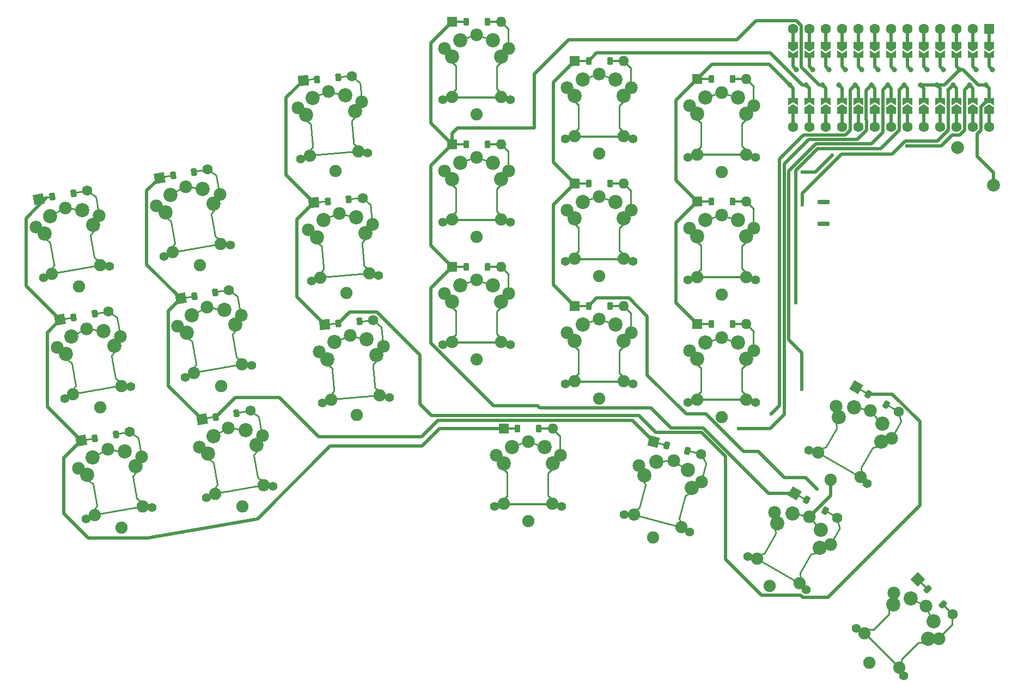
<source format=gbr>
%TF.GenerationSoftware,KiCad,Pcbnew,8.0.6*%
%TF.CreationDate,2025-05-26T15:16:56+09:00*%
%TF.ProjectId,hillside_speedrun,68696c6c-7369-4646-955f-737065656472,rev?*%
%TF.SameCoordinates,Original*%
%TF.FileFunction,Copper,L1,Top*%
%TF.FilePolarity,Positive*%
%FSLAX46Y46*%
G04 Gerber Fmt 4.6, Leading zero omitted, Abs format (unit mm)*
G04 Created by KiCad (PCBNEW 8.0.6) date 2025-05-26 15:16:56*
%MOMM*%
%LPD*%
G01*
G04 APERTURE LIST*
G04 Aperture macros list*
%AMRoundRect*
0 Rectangle with rounded corners*
0 $1 Rounding radius*
0 $2 $3 $4 $5 $6 $7 $8 $9 X,Y pos of 4 corners*
0 Add a 4 corners polygon primitive as box body*
4,1,4,$2,$3,$4,$5,$6,$7,$8,$9,$2,$3,0*
0 Add four circle primitives for the rounded corners*
1,1,$1+$1,$2,$3*
1,1,$1+$1,$4,$5*
1,1,$1+$1,$6,$7*
1,1,$1+$1,$8,$9*
0 Add four rect primitives between the rounded corners*
20,1,$1+$1,$2,$3,$4,$5,0*
20,1,$1+$1,$4,$5,$6,$7,0*
20,1,$1+$1,$6,$7,$8,$9,0*
20,1,$1+$1,$8,$9,$2,$3,0*%
%AMHorizOval*
0 Thick line with rounded ends*
0 $1 width*
0 $2 $3 position (X,Y) of the first rounded end (center of the circle)*
0 $4 $5 position (X,Y) of the second rounded end (center of the circle)*
0 Add line between two ends*
20,1,$1,$2,$3,$4,$5,0*
0 Add two circle primitives to create the rounded ends*
1,1,$1,$2,$3*
1,1,$1,$4,$5*%
%AMRotRect*
0 Rectangle, with rotation*
0 The origin of the aperture is its center*
0 $1 length*
0 $2 width*
0 $3 Rotation angle, in degrees counterclockwise*
0 Add horizontal line*
21,1,$1,$2,0,0,$3*%
%AMFreePoly0*
4,1,6,0.500000,-0.750000,-0.650000,-0.750000,-0.150000,0.000000,-0.650000,0.750000,0.500000,0.750000,0.500000,-0.750000,0.500000,-0.750000,$1*%
%AMFreePoly1*
4,1,6,1.000000,0.000000,0.500000,-0.750000,-0.500000,-0.750000,-0.500000,0.750000,0.500000,0.750000,1.000000,0.000000,1.000000,0.000000,$1*%
G04 Aperture macros list end*
%TA.AperFunction,SMDPad,CuDef*%
%ADD10FreePoly0,90.000000*%
%TD*%
%TA.AperFunction,SMDPad,CuDef*%
%ADD11RoundRect,0.254000X-0.000010X-0.952500X0.000010X-0.952500X0.000010X0.952500X-0.000010X0.952500X0*%
%TD*%
%TA.AperFunction,SMDPad,CuDef*%
%ADD12RoundRect,0.254000X0.251440X-0.251454X0.251454X-0.251440X-0.251440X0.251454X-0.251454X0.251440X0*%
%TD*%
%TA.AperFunction,ComponentPad*%
%ADD13C,0.800000*%
%TD*%
%TA.AperFunction,SMDPad,CuDef*%
%ADD14RoundRect,0.254000X-0.251440X0.251454X-0.251454X0.251440X0.251440X-0.251454X0.251454X-0.251440X0*%
%TD*%
%TA.AperFunction,SMDPad,CuDef*%
%ADD15RoundRect,0.254000X0.000010X0.698500X-0.000010X0.698500X-0.000010X-0.698500X0.000010X-0.698500X0*%
%TD*%
%TA.AperFunction,SMDPad,CuDef*%
%ADD16FreePoly0,270.000000*%
%TD*%
%TA.AperFunction,SMDPad,CuDef*%
%ADD17FreePoly1,270.000000*%
%TD*%
%TA.AperFunction,SMDPad,CuDef*%
%ADD18RoundRect,0.254000X0.000010X1.016000X-0.000010X1.016000X-0.000010X-1.016000X0.000010X-1.016000X0*%
%TD*%
%TA.AperFunction,ComponentPad*%
%ADD19C,1.600000*%
%TD*%
%TA.AperFunction,ComponentPad*%
%ADD20R,1.600000X1.600000*%
%TD*%
%TA.AperFunction,SMDPad,CuDef*%
%ADD21FreePoly1,90.000000*%
%TD*%
%TA.AperFunction,ComponentPad*%
%ADD22C,2.200000*%
%TD*%
%TA.AperFunction,SMDPad,CuDef*%
%ADD23RoundRect,0.041667X0.609020X0.164626X0.542609X0.321841X-0.609020X-0.164626X-0.542609X-0.321841X0*%
%TD*%
%TA.AperFunction,ComponentPad*%
%ADD24C,1.970000*%
%TD*%
%TA.AperFunction,ComponentPad*%
%ADD25C,1.900000*%
%TD*%
%TA.AperFunction,SMDPad,CuDef*%
%ADD26RoundRect,0.041667X0.590253X-0.222728X0.628354X-0.056370X-0.590253X0.222728X-0.628354X0.056370X0*%
%TD*%
%TA.AperFunction,ComponentPad*%
%ADD27RotRect,1.600000X1.600000X95.000000*%
%TD*%
%TA.AperFunction,SMDPad,CuDef*%
%ADD28RoundRect,0.041667X-0.630139X0.030529X-0.615264X-0.139488X0.630139X-0.030529X0.615264X0.139488X0*%
%TD*%
%TA.AperFunction,SMDPad,CuDef*%
%ADD29RoundRect,0.225000X-0.191460X-0.393183X0.256827X-0.353963X0.191460X0.393183X-0.256827X0.353963X0*%
%TD*%
%TA.AperFunction,ComponentPad*%
%ADD30C,1.400000*%
%TD*%
%TA.AperFunction,SMDPad,CuDef*%
%ADD31RoundRect,0.127000X0.274237X-0.230126X0.274250X-0.230110X-0.274237X0.230126X-0.274250X0.230110X0*%
%TD*%
%TA.AperFunction,SMDPad,CuDef*%
%ADD32RoundRect,0.127000X0.230126X0.274237X0.230110X0.274250X-0.230126X-0.274237X-0.230110X-0.274250X0*%
%TD*%
%TA.AperFunction,SMDPad,CuDef*%
%ADD33RoundRect,0.126999X0.153868X-1.758837X0.153888X-1.758836X-0.153868X1.758837X-0.153888X1.758836X0*%
%TD*%
%TA.AperFunction,SMDPad,CuDef*%
%ADD34RoundRect,0.041667X3.002328X0.177011X2.987454X0.347027X-3.002328X-0.177011X-2.987454X-0.347027X0*%
%TD*%
%TA.AperFunction,SMDPad,CuDef*%
%ADD35RoundRect,0.127000X-0.230126X-0.274237X-0.230110X-0.274250X0.230126X0.274237X0.230110X0.274250X0*%
%TD*%
%TA.AperFunction,SMDPad,CuDef*%
%ADD36RoundRect,0.127000X-0.274237X0.230126X-0.274250X0.230110X0.274237X-0.230126X0.274250X-0.230110X0*%
%TD*%
%TA.AperFunction,ComponentPad*%
%ADD37HorizOval,1.600000X0.000000X0.000000X0.000000X0.000000X0*%
%TD*%
%TA.AperFunction,SMDPad,CuDef*%
%ADD38RoundRect,0.127000X0.760676X-0.638296X0.760689X-0.638280X-0.760676X0.638296X-0.760689X0.638280X0*%
%TD*%
%TA.AperFunction,SMDPad,CuDef*%
%ADD39RoundRect,0.127000X-0.106584X1.218371X-0.106604X1.218369X0.106584X-1.218371X0.106604X-1.218369X0*%
%TD*%
%TA.AperFunction,SMDPad,CuDef*%
%ADD40RoundRect,0.041667X0.592354X0.217079X0.512494X0.367908X-0.592354X-0.217079X-0.512494X-0.367908X0*%
%TD*%
%TA.AperFunction,SMDPad,CuDef*%
%ADD41RoundRect,0.041667X0.607419X-0.170437X0.630876X-0.001391X-0.607419X0.170437X-0.630876X0.001391X0*%
%TD*%
%TA.AperFunction,ComponentPad*%
%ADD42RotRect,1.600000X1.600000X100.000000*%
%TD*%
%TA.AperFunction,SMDPad,CuDef*%
%ADD43RoundRect,0.041667X-0.630402X-0.024507X-0.600766X-0.192581X0.630402X0.024507X0.600766X0.192581X0*%
%TD*%
%TA.AperFunction,SMDPad,CuDef*%
%ADD44RoundRect,0.225000X-0.156464X-0.408374X0.286700X-0.330232X0.156464X0.408374X-0.286700X0.330232X0*%
%TD*%
%TA.AperFunction,SMDPad,CuDef*%
%ADD45RoundRect,0.127000X0.293251X-0.205349X0.293262X-0.205332X-0.293251X0.205349X-0.293262X0.205332X0*%
%TD*%
%TA.AperFunction,SMDPad,CuDef*%
%ADD46RoundRect,0.127000X0.205349X0.293251X0.205332X0.293262X-0.205349X-0.293251X-0.205332X-0.293262X0*%
%TD*%
%TA.AperFunction,SMDPad,CuDef*%
%ADD47RoundRect,0.126999X0.306576X-1.738734X0.306595X-1.738731X-0.306576X1.738734X-0.306595X1.738731X0*%
%TD*%
%TA.AperFunction,SMDPad,CuDef*%
%ADD48RoundRect,0.041667X2.975476X0.438007X2.945840X0.606080X-2.975476X-0.438007X-2.945840X-0.606080X0*%
%TD*%
%TA.AperFunction,SMDPad,CuDef*%
%ADD49RoundRect,0.127000X-0.205349X-0.293251X-0.205332X-0.293262X0.205349X0.293251X0.205332X0.293262X0*%
%TD*%
%TA.AperFunction,SMDPad,CuDef*%
%ADD50RoundRect,0.127000X-0.293251X0.205349X-0.293262X0.205332X0.293251X-0.205349X0.293262X-0.205332X0*%
%TD*%
%TA.AperFunction,ComponentPad*%
%ADD51HorizOval,1.600000X0.000000X0.000000X0.000000X0.000000X0*%
%TD*%
%TA.AperFunction,SMDPad,CuDef*%
%ADD52RoundRect,0.127000X0.813412X-0.569570X0.813424X-0.569553X-0.813412X0.569570X-0.813424X0.569553X0*%
%TD*%
%TA.AperFunction,SMDPad,CuDef*%
%ADD53RoundRect,0.127000X-0.212366X1.204445X-0.212386X1.204442X0.212366X-1.204445X0.212386X-1.204442X0*%
%TD*%
%TA.AperFunction,SMDPad,CuDef*%
%ADD54RoundRect,0.041667X0.517581X-0.360717X0.595327X-0.208787X-0.517581X0.360717X-0.595327X0.208787X0*%
%TD*%
%TA.AperFunction,SMDPad,CuDef*%
%ADD55RoundRect,0.041667X0.208787X-0.595327X0.360717X-0.517581X-0.208787X0.595327X-0.360717X0.517581X0*%
%TD*%
%TA.AperFunction,ComponentPad*%
%ADD56RotRect,1.600000X1.600000X45.000000*%
%TD*%
%TA.AperFunction,SMDPad,CuDef*%
%ADD57RoundRect,0.041667X-0.381659X0.502338X-0.502338X0.381659X0.381659X-0.502338X0.502338X-0.381659X0*%
%TD*%
%TA.AperFunction,SMDPad,CuDef*%
%ADD58RoundRect,0.225000X-0.424264X-0.106066X-0.106066X-0.424264X0.424264X0.106066X0.106066X0.424264X0*%
%TD*%
%TA.AperFunction,SMDPad,CuDef*%
%ADD59RoundRect,0.127000X-0.000010X-0.358000X0.000010X-0.358000X0.000010X0.358000X-0.000010X0.358000X0*%
%TD*%
%TA.AperFunction,SMDPad,CuDef*%
%ADD60RoundRect,0.127000X0.358000X-0.000010X0.358000X0.000010X-0.358000X0.000010X-0.358000X-0.000010X0*%
%TD*%
%TA.AperFunction,SMDPad,CuDef*%
%ADD61RoundRect,0.126999X-1.248443X-1.248429X-1.248429X-1.248443X1.248443X1.248429X1.248429X1.248443X0*%
%TD*%
%TA.AperFunction,SMDPad,CuDef*%
%ADD62RoundRect,0.041667X2.065457X-2.186137X2.186137X-2.065457X-2.065457X2.186137X-2.186137X2.065457X0*%
%TD*%
%TA.AperFunction,SMDPad,CuDef*%
%ADD63RoundRect,0.127000X-0.358000X0.000010X-0.358000X-0.000010X0.358000X-0.000010X0.358000X0.000010X0*%
%TD*%
%TA.AperFunction,SMDPad,CuDef*%
%ADD64RoundRect,0.127000X0.000010X0.358000X-0.000010X0.358000X-0.000010X-0.358000X0.000010X-0.358000X0*%
%TD*%
%TA.AperFunction,ComponentPad*%
%ADD65HorizOval,1.600000X0.000000X0.000000X0.000000X0.000000X0*%
%TD*%
%TA.AperFunction,SMDPad,CuDef*%
%ADD66RoundRect,0.127000X-0.000010X-0.993000X0.000010X-0.993000X0.000010X0.993000X-0.000010X0.993000X0*%
%TD*%
%TA.AperFunction,SMDPad,CuDef*%
%ADD67RoundRect,0.127000X0.864816X0.864801X0.864801X0.864816X-0.864816X-0.864801X-0.864801X-0.864816X0*%
%TD*%
%TA.AperFunction,SMDPad,CuDef*%
%ADD68RoundRect,0.041667X0.593305X-0.214466X0.629080X-0.047591X-0.593305X0.214466X-0.629080X0.047591X0*%
%TD*%
%TA.AperFunction,SMDPad,CuDef*%
%ADD69RoundRect,0.041667X0.355755X-0.521004X0.482385X-0.406585X-0.355755X0.521004X-0.482385X0.406585X0*%
%TD*%
%TA.AperFunction,ComponentPad*%
%ADD70RotRect,1.600000X1.600000X60.000000*%
%TD*%
%TA.AperFunction,SMDPad,CuDef*%
%ADD71RoundRect,0.041667X-0.498669X0.386441X-0.584002X0.238639X0.498669X-0.386441X0.584002X-0.238639X0*%
%TD*%
%TA.AperFunction,SMDPad,CuDef*%
%ADD72RoundRect,0.225000X-0.382356X-0.212260X0.007356X-0.437260X0.382356X0.212260X-0.007356X0.437260X0*%
%TD*%
%TA.AperFunction,SMDPad,CuDef*%
%ADD73RoundRect,0.127000X0.092648X-0.345804X0.092667X-0.345799X-0.092648X0.345804X-0.092667X0.345799X0*%
%TD*%
%TA.AperFunction,SMDPad,CuDef*%
%ADD74RoundRect,0.127000X0.345804X0.092648X0.345799X0.092667X-0.345804X-0.092648X-0.345799X-0.092667X0*%
%TD*%
%TA.AperFunction,SMDPad,CuDef*%
%ADD75RoundRect,0.126999X-0.882786X-1.529010X-0.882769X-1.529020X0.882786X1.529010X0.882769X1.529020X0*%
%TD*%
%TA.AperFunction,SMDPad,CuDef*%
%ADD76RoundRect,0.041667X2.560893X-1.577066X2.646226X-1.429265X-2.560893X1.577066X-2.646226X1.429265X0*%
%TD*%
%TA.AperFunction,SMDPad,CuDef*%
%ADD77RoundRect,0.127000X-0.345804X-0.092648X-0.345799X-0.092667X0.345804X0.092648X0.345799X0.092667X0*%
%TD*%
%TA.AperFunction,SMDPad,CuDef*%
%ADD78RoundRect,0.127000X-0.092648X0.345804X-0.092667X0.345799X0.092648X-0.345804X0.092667X-0.345799X0*%
%TD*%
%TA.AperFunction,ComponentPad*%
%ADD79HorizOval,1.600000X0.000000X0.000000X0.000000X0.000000X0*%
%TD*%
%TA.AperFunction,SMDPad,CuDef*%
%ADD80RoundRect,0.127000X0.256998X-0.959167X0.257017X-0.959162X-0.256998X0.959167X-0.257017X0.959162X0*%
%TD*%
%TA.AperFunction,SMDPad,CuDef*%
%ADD81RoundRect,0.127000X0.611521X1.059165X0.611503X1.059175X-0.611521X-1.059165X-0.611503X-1.059175X0*%
%TD*%
%TA.AperFunction,SMDPad,CuDef*%
%ADD82RoundRect,0.041667X0.628597X-0.053599X0.619962X0.116848X-0.628597X0.053599X-0.619962X-0.116848X0*%
%TD*%
%TA.AperFunction,SMDPad,CuDef*%
%ADD83RoundRect,0.041667X0.478479X-0.411175X0.571180X-0.267880X-0.478479X0.411175X-0.571180X0.267880X0*%
%TD*%
%TA.AperFunction,ComponentPad*%
%ADD84RotRect,1.600000X1.600000X75.000000*%
%TD*%
%TA.AperFunction,SMDPad,CuDef*%
%ADD85RoundRect,0.041667X-0.581695X0.244208X-0.625867X0.079357X0.581695X-0.244208X0.625867X-0.079357X0*%
%TD*%
%TA.AperFunction,SMDPad,CuDef*%
%ADD86RoundRect,0.225000X-0.314390X-0.303988X0.120276X-0.420456X0.314390X0.303988X-0.120276X0.420456X0*%
%TD*%
%TA.AperFunction,SMDPad,CuDef*%
%ADD87RoundRect,0.127000X0.178991X-0.310042X0.179009X-0.310032X-0.178991X0.310042X-0.179009X0.310032X0*%
%TD*%
%TA.AperFunction,SMDPad,CuDef*%
%ADD88RoundRect,0.127000X0.310042X0.178991X0.310032X0.179009X-0.310042X-0.178991X-0.310032X-0.179009X0*%
%TD*%
%TA.AperFunction,SMDPad,CuDef*%
%ADD89RoundRect,0.126999X-0.456969X-1.705393X-0.456950X-1.705398X0.456969X1.705393X0.456950X1.705398X0*%
%TD*%
%TA.AperFunction,SMDPad,CuDef*%
%ADD90RoundRect,0.041667X2.881807X-0.860521X2.925979X-0.695670X-2.881807X0.860521X-2.925979X0.695670X0*%
%TD*%
%TA.AperFunction,SMDPad,CuDef*%
%ADD91RoundRect,0.127000X-0.310042X-0.178991X-0.310032X-0.179009X0.310042X0.178991X0.310032X0.179009X0*%
%TD*%
%TA.AperFunction,SMDPad,CuDef*%
%ADD92RoundRect,0.127000X-0.178991X0.310042X-0.179009X0.310032X0.178991X-0.310042X0.179009X-0.310032X0*%
%TD*%
%TA.AperFunction,ComponentPad*%
%ADD93HorizOval,1.600000X0.000000X0.000000X0.000000X0.000000X0*%
%TD*%
%TA.AperFunction,SMDPad,CuDef*%
%ADD94RoundRect,0.127000X0.496491X-0.859968X0.496509X-0.859958X-0.496491X0.859968X-0.496509X0.859958X0*%
%TD*%
%TA.AperFunction,SMDPad,CuDef*%
%ADD95RoundRect,0.127000X0.316552X1.181348X0.316532X1.181353X-0.316552X-1.181348X-0.316532X-1.181353X0*%
%TD*%
%TA.AperFunction,SMDPad,CuDef*%
%ADD96RoundRect,0.041667X0.621050X0.110920X0.568595X0.273325X-0.621050X-0.110920X-0.568595X-0.273325X0*%
%TD*%
%TA.AperFunction,SMDPad,CuDef*%
%ADD97RoundRect,0.041667X0.568595X-0.273325X0.621050X-0.110920X-0.568595X0.273325X-0.621050X0.110920X0*%
%TD*%
%TA.AperFunction,SMDPad,CuDef*%
%ADD98RoundRect,0.041667X-0.625080X0.085333X-0.625080X-0.085333X0.625080X-0.085333X0.625080X0.085333X0*%
%TD*%
%TA.AperFunction,SMDPad,CuDef*%
%ADD99RoundRect,0.225000X-0.225000X-0.375000X0.225000X-0.375000X0.225000X0.375000X-0.225000X0.375000X0*%
%TD*%
%TA.AperFunction,SMDPad,CuDef*%
%ADD100RoundRect,0.127000X0.253137X-0.253151X0.253151X-0.253137X-0.253137X0.253151X-0.253151X0.253137X0*%
%TD*%
%TA.AperFunction,SMDPad,CuDef*%
%ADD101RoundRect,0.127000X0.253151X0.253137X0.253137X0.253151X-0.253151X-0.253137X-0.253137X-0.253151X0*%
%TD*%
%TA.AperFunction,SMDPad,CuDef*%
%ADD102RoundRect,0.126999X-0.000010X-1.765555X0.000010X-1.765555X0.000010X1.765555X-0.000010X1.765555X0*%
%TD*%
%TA.AperFunction,SMDPad,CuDef*%
%ADD103RoundRect,0.041667X3.006331X-0.085333X3.006331X0.085333X-3.006331X0.085333X-3.006331X-0.085333X0*%
%TD*%
%TA.AperFunction,SMDPad,CuDef*%
%ADD104RoundRect,0.127000X-0.253151X-0.253137X-0.253137X-0.253151X0.253151X0.253137X0.253137X0.253151X0*%
%TD*%
%TA.AperFunction,SMDPad,CuDef*%
%ADD105RoundRect,0.127000X-0.253137X0.253151X-0.253151X0.253137X0.253137X-0.253151X0.253151X-0.253137X0*%
%TD*%
%TA.AperFunction,ComponentPad*%
%ADD106O,1.600000X1.600000*%
%TD*%
%TA.AperFunction,SMDPad,CuDef*%
%ADD107RoundRect,0.127000X0.702150X-0.702164X0.702164X-0.702150X-0.702150X0.702164X-0.702164X0.702150X0*%
%TD*%
%TA.AperFunction,SMDPad,CuDef*%
%ADD108RoundRect,0.127000X0.000010X1.223024X-0.000010X1.223024X-0.000010X-1.223024X0.000010X-1.223024X0*%
%TD*%
%TA.AperFunction,SMDPad,CuDef*%
%ADD109RoundRect,0.170000X-0.780000X0.170000X-0.780000X-0.170000X0.780000X-0.170000X0.780000X0.170000X0*%
%TD*%
%TA.AperFunction,ComponentPad*%
%ADD110C,0.700000*%
%TD*%
%TA.AperFunction,ComponentPad*%
%ADD111C,2.000000*%
%TD*%
%TA.AperFunction,ViaPad*%
%ADD112C,0.600000*%
%TD*%
%TA.AperFunction,Conductor*%
%ADD113C,0.508000*%
%TD*%
G04 APERTURE END LIST*
D10*
%TO.P,U101,1,TX0/D3*%
%TO.N,/ROW 0*%
X172352000Y-42525350D03*
D11*
X172352000Y-41460750D03*
D12*
X172098000Y-40254250D03*
D13*
X171844000Y-40000250D03*
D10*
%TO.P,U101,2,RX1/D2*%
%TO.N,/ROW 1*%
X169812000Y-42525350D03*
D11*
X169812000Y-41460750D03*
D12*
X169558000Y-40254250D03*
D13*
X169304000Y-40000250D03*
D10*
%TO.P,U101,3,GND*%
%TO.N,GND*%
X167272000Y-42525350D03*
D11*
X167272000Y-41460750D03*
D12*
X167018000Y-40254250D03*
D13*
X166764000Y-40000250D03*
D10*
%TO.P,U101,4,GND*%
X164732000Y-42525350D03*
D11*
X164732000Y-41460750D03*
D12*
X164478000Y-40254250D03*
D13*
X164224000Y-40000250D03*
D10*
%TO.P,U101,5,2/D1/SDA*%
%TO.N,/ROW 2*%
X162192000Y-42525350D03*
D11*
X162192000Y-41460750D03*
D12*
X161938000Y-40254250D03*
D13*
X161684000Y-40000250D03*
D10*
%TO.P,U101,6,3/D0/SCL*%
%TO.N,/ROW 3*%
X159652000Y-42525350D03*
D11*
X159652000Y-41460750D03*
D12*
X159398000Y-40254250D03*
D13*
X159144000Y-40000250D03*
D10*
%TO.P,U101,7,4/D4*%
%TO.N,/COL 0*%
X157112000Y-42525350D03*
D11*
X157112000Y-41460750D03*
D12*
X156858000Y-40254250D03*
D13*
X156604000Y-40000250D03*
D10*
%TO.P,U101,8,5/C6*%
%TO.N,/COL 1*%
X154572000Y-42525350D03*
D11*
X154572000Y-41460750D03*
D12*
X154318000Y-40254250D03*
D13*
X154064000Y-40000250D03*
D10*
%TO.P,U101,9,6/D7*%
%TO.N,/COL 2*%
X152032000Y-42525350D03*
D11*
X152032000Y-41460750D03*
D12*
X151778000Y-40254250D03*
D13*
X151524000Y-40000250D03*
D10*
%TO.P,U101,10,7/E6*%
%TO.N,/COL 3*%
X149492000Y-42525350D03*
D11*
X149492000Y-41460750D03*
D12*
X149238000Y-40254250D03*
D13*
X148984000Y-40000250D03*
D10*
%TO.P,U101,11,8/B4*%
%TO.N,/COL 4*%
X146952000Y-42525350D03*
D11*
X146952000Y-41460750D03*
D12*
X146698000Y-40254250D03*
D13*
X146444000Y-40000250D03*
D10*
%TO.P,U101,12,9/B5*%
%TO.N,/COL 5*%
X144412000Y-42525350D03*
D11*
X144412000Y-41460750D03*
D12*
X144158000Y-40254250D03*
D13*
X143904000Y-40000250D03*
%TO.P,U101,13,B6/10*%
%TO.N,unconnected-(U101-B6{slash}10-Pad13)_4*%
X144920000Y-37650750D03*
D14*
%TO.N,unconnected-(U101-B6{slash}10-Pad13)_7*%
X144666000Y-37396750D03*
D15*
%TO.N,unconnected-(U101-B6{slash}10-Pad13)_2*%
X144412000Y-36444250D03*
D16*
%TO.N,unconnected-(U101-B6{slash}10-Pad13)_6*%
X144412000Y-35265350D03*
D13*
%TO.P,U101,14,B2/16*%
%TO.N,unconnected-(U101-B2{slash}16-Pad14)_4*%
X147460000Y-37650750D03*
D14*
%TO.N,unconnected-(U101-B2{slash}16-Pad14)_6*%
X147206000Y-37396750D03*
D15*
%TO.N,unconnected-(U101-B2{slash}16-Pad14)_5*%
X146952000Y-36444250D03*
D16*
%TO.N,unconnected-(U101-B2{slash}16-Pad14)_3*%
X146952000Y-35265350D03*
D13*
%TO.P,U101,15,B3/14*%
%TO.N,unconnected-(U101-B3{slash}14-Pad15)*%
X150000000Y-37650750D03*
D14*
%TO.N,unconnected-(U101-B3{slash}14-Pad15)_2*%
X149746000Y-37396750D03*
D15*
%TO.N,unconnected-(U101-B3{slash}14-Pad15)_4*%
X149492000Y-36444250D03*
D16*
%TO.N,unconnected-(U101-B3{slash}14-Pad15)_7*%
X149492000Y-35265350D03*
D13*
%TO.P,U101,16,B1/15*%
%TO.N,unconnected-(U101-B1{slash}15-Pad16)_5*%
X152540000Y-37650750D03*
D14*
%TO.N,unconnected-(U101-B1{slash}15-Pad16)*%
X152286000Y-37396750D03*
D15*
%TO.N,unconnected-(U101-B1{slash}15-Pad16)_6*%
X152032000Y-36444250D03*
D16*
%TO.N,unconnected-(U101-B1{slash}15-Pad16)_7*%
X152032000Y-35265350D03*
D13*
%TO.P,U101,17,F7/A0*%
%TO.N,unconnected-(U101-F7{slash}A0-Pad17)_5*%
X155080000Y-37650750D03*
D14*
%TO.N,unconnected-(U101-F7{slash}A0-Pad17)_2*%
X154826000Y-37396750D03*
D15*
%TO.N,unconnected-(U101-F7{slash}A0-Pad17)_1*%
X154572000Y-36444250D03*
D16*
%TO.N,unconnected-(U101-F7{slash}A0-Pad17)_6*%
X154572000Y-35265350D03*
D13*
%TO.P,U101,18,F6/A1*%
%TO.N,unconnected-(U101-F6{slash}A1-Pad18)_7*%
X157620000Y-37650750D03*
D14*
%TO.N,unconnected-(U101-F6{slash}A1-Pad18)_5*%
X157366000Y-37396750D03*
D15*
%TO.N,unconnected-(U101-F6{slash}A1-Pad18)*%
X157112000Y-36444250D03*
D16*
%TO.N,unconnected-(U101-F6{slash}A1-Pad18)_3*%
X157112000Y-35265350D03*
D13*
%TO.P,U101,19,F5/A2*%
%TO.N,unconnected-(U101-F5{slash}A2-Pad19)_5*%
X160160000Y-37650750D03*
D14*
%TO.N,unconnected-(U101-F5{slash}A2-Pad19)_4*%
X159906000Y-37396750D03*
D15*
%TO.N,unconnected-(U101-F5{slash}A2-Pad19)_7*%
X159652000Y-36444250D03*
D16*
%TO.N,unconnected-(U101-F5{slash}A2-Pad19)_6*%
X159652000Y-35265350D03*
D13*
%TO.P,U101,20,F4/A3*%
%TO.N,unconnected-(U101-F4{slash}A3-Pad20)*%
X162700000Y-37650750D03*
D14*
%TO.N,unconnected-(U101-F4{slash}A3-Pad20)_6*%
X162446000Y-37396750D03*
D15*
%TO.N,unconnected-(U101-F4{slash}A3-Pad20)_7*%
X162192000Y-36444250D03*
D16*
%TO.N,unconnected-(U101-F4{slash}A3-Pad20)_2*%
X162192000Y-35265350D03*
D13*
%TO.P,U101,21,VCC*%
%TO.N,VCC*%
X165240000Y-37650750D03*
D14*
X164986000Y-37396750D03*
D15*
X164732000Y-36444250D03*
D16*
X164732000Y-35265350D03*
D13*
%TO.P,U101,22,RST*%
%TO.N,Net-(U101-RST)*%
X167780000Y-37650750D03*
D14*
X167526000Y-37396750D03*
D15*
X167272000Y-36444250D03*
D16*
X167272000Y-35265350D03*
D13*
%TO.P,U101,23,GND*%
%TO.N,GND*%
X170320000Y-37650750D03*
D14*
X170066000Y-37396750D03*
D15*
X169812000Y-36444250D03*
D16*
X169812000Y-35265350D03*
D13*
%TO.P,U101,24,RAW*%
%TO.N,unconnected-(U101-RAW-Pad24)_7*%
X172860000Y-37650750D03*
D14*
%TO.N,unconnected-(U101-RAW-Pad24)_3*%
X172606000Y-37396750D03*
D15*
%TO.N,unconnected-(U101-RAW-Pad24)*%
X172352000Y-36444250D03*
D16*
%TO.N,unconnected-(U101-RAW-Pad24)_6*%
X172352000Y-35265350D03*
D13*
%TO.P,U101,25,BAT+*%
%TO.N,+BATT*%
X175400000Y-37650750D03*
D14*
X175146000Y-37396750D03*
D15*
X174892000Y-36444250D03*
D16*
X174892000Y-35265350D03*
D10*
%TO.P,U101,26,GND*%
%TO.N,GND*%
X174892000Y-42525350D03*
D11*
X174892000Y-41460750D03*
D12*
X174638000Y-40254250D03*
D13*
X174384000Y-40000250D03*
D17*
%TO.P,U101,100*%
%TO.N,unconnected-(U101-Pad100)_3*%
X144412000Y-33815350D03*
D18*
%TO.N,unconnected-(U101-Pad100)_2*%
X144412000Y-32545350D03*
D19*
%TO.N,unconnected-(U101-Pad100)_1*%
X144412000Y-31275350D03*
D17*
%TO.P,U101,101*%
%TO.N,unconnected-(U101-Pad101)_2*%
X146952000Y-33815350D03*
D18*
%TO.N,unconnected-(U101-Pad101)_1*%
X146952000Y-32545350D03*
D19*
%TO.N,unconnected-(U101-Pad101)_3*%
X146952000Y-31275350D03*
D17*
%TO.P,U101,102*%
%TO.N,unconnected-(U101-Pad102)*%
X149492000Y-33815350D03*
D18*
%TO.N,unconnected-(U101-Pad102)_3*%
X149492000Y-32545350D03*
D19*
%TO.N,unconnected-(U101-Pad102)_1*%
X149492000Y-31275350D03*
D17*
%TO.P,U101,103*%
%TO.N,unconnected-(U101-Pad103)*%
X152032000Y-33815350D03*
D18*
%TO.N,unconnected-(U101-Pad103)_3*%
X152032000Y-32545350D03*
D19*
%TO.N,unconnected-(U101-Pad103)_4*%
X152032000Y-31275350D03*
D17*
%TO.P,U101,104*%
%TO.N,unconnected-(U101-Pad104)_4*%
X154572000Y-33815350D03*
D18*
%TO.N,unconnected-(U101-Pad104)*%
X154572000Y-32545350D03*
D19*
%TO.N,unconnected-(U101-Pad104)_3*%
X154572000Y-31275350D03*
D17*
%TO.P,U101,105*%
%TO.N,unconnected-(U101-Pad105)_2*%
X157112000Y-33815350D03*
D18*
%TO.N,unconnected-(U101-Pad105)_3*%
X157112000Y-32545350D03*
D19*
%TO.N,unconnected-(U101-Pad105)*%
X157112000Y-31275350D03*
D17*
%TO.P,U101,106*%
%TO.N,unconnected-(U101-Pad106)*%
X159652000Y-33815350D03*
D18*
%TO.N,unconnected-(U101-Pad106)_2*%
X159652000Y-32545350D03*
D19*
%TO.N,unconnected-(U101-Pad106)_1*%
X159652000Y-31275350D03*
D17*
%TO.P,U101,107*%
%TO.N,unconnected-(U101-Pad107)*%
X162192000Y-33815350D03*
D18*
%TO.N,unconnected-(U101-Pad107)_1*%
X162192000Y-32545350D03*
D19*
%TO.N,unconnected-(U101-Pad107)_3*%
X162192000Y-31275350D03*
D17*
%TO.P,U101,108*%
%TO.N,unconnected-(U101-Pad108)_1*%
X164732000Y-33815350D03*
D18*
%TO.N,unconnected-(U101-Pad108)_3*%
X164732000Y-32545350D03*
D19*
%TO.N,unconnected-(U101-Pad108)*%
X164732000Y-31275350D03*
D17*
%TO.P,U101,109*%
%TO.N,unconnected-(U101-Pad109)_2*%
X167272000Y-33815350D03*
D18*
%TO.N,unconnected-(U101-Pad109)_3*%
X167272000Y-32545350D03*
D19*
%TO.N,unconnected-(U101-Pad109)*%
X167272000Y-31275350D03*
D17*
%TO.P,U101,110*%
%TO.N,unconnected-(U101-Pad110)*%
X169812000Y-33815350D03*
D18*
%TO.N,unconnected-(U101-Pad110)_2*%
X169812000Y-32545350D03*
D19*
%TO.N,unconnected-(U101-Pad110)_3*%
X169812000Y-31275350D03*
D17*
%TO.P,U101,111*%
%TO.N,unconnected-(U101-Pad111)_1*%
X172352000Y-33815350D03*
D18*
%TO.N,unconnected-(U101-Pad111)_4*%
X172352000Y-32545350D03*
D19*
%TO.N,unconnected-(U101-Pad111)_3*%
X172352000Y-31275350D03*
D17*
%TO.P,U101,112*%
%TO.N,unconnected-(U101-Pad112)_2*%
X174892000Y-33815350D03*
D18*
%TO.N,unconnected-(U101-Pad112)_1*%
X174892000Y-32545350D03*
D20*
%TO.N,unconnected-(U101-Pad112)*%
X174892000Y-31275350D03*
D19*
%TO.P,U101,113*%
%TO.N,unconnected-(U101-Pad113)_2*%
X174892000Y-46515350D03*
D18*
%TO.N,unconnected-(U101-Pad113)*%
X174892000Y-45245350D03*
D21*
%TO.N,unconnected-(U101-Pad113)_3*%
X174892000Y-43975350D03*
D19*
%TO.P,U101,114*%
%TO.N,unconnected-(U101-Pad114)_1*%
X172352000Y-46515350D03*
D18*
%TO.N,unconnected-(U101-Pad114)*%
X172352000Y-45245350D03*
D21*
%TO.N,unconnected-(U101-Pad114)_4*%
X172352000Y-43975350D03*
D19*
%TO.P,U101,115*%
%TO.N,unconnected-(U101-Pad115)*%
X169812000Y-46515350D03*
D18*
%TO.N,unconnected-(U101-Pad115)_4*%
X169812000Y-45245350D03*
D21*
%TO.N,unconnected-(U101-Pad115)_1*%
X169812000Y-43975350D03*
D19*
%TO.P,U101,116*%
%TO.N,unconnected-(U101-Pad116)_4*%
X167272000Y-46515350D03*
D18*
%TO.N,unconnected-(U101-Pad116)*%
X167272000Y-45245350D03*
D21*
%TO.N,unconnected-(U101-Pad116)_3*%
X167272000Y-43975350D03*
D19*
%TO.P,U101,117*%
%TO.N,unconnected-(U101-Pad117)_1*%
X164732000Y-46515350D03*
D18*
%TO.N,unconnected-(U101-Pad117)_4*%
X164732000Y-45245350D03*
D21*
%TO.N,unconnected-(U101-Pad117)*%
X164732000Y-43975350D03*
D19*
%TO.P,U101,118*%
%TO.N,unconnected-(U101-Pad118)_2*%
X162192000Y-46515350D03*
D18*
%TO.N,unconnected-(U101-Pad118)_1*%
X162192000Y-45245350D03*
D21*
%TO.N,unconnected-(U101-Pad118)_3*%
X162192000Y-43975350D03*
D19*
%TO.P,U101,119*%
%TO.N,unconnected-(U101-Pad119)*%
X159652000Y-46515350D03*
D18*
%TO.N,unconnected-(U101-Pad119)_2*%
X159652000Y-45245350D03*
D21*
%TO.N,unconnected-(U101-Pad119)_3*%
X159652000Y-43975350D03*
D19*
%TO.P,U101,120*%
%TO.N,unconnected-(U101-Pad120)_3*%
X157112000Y-46515350D03*
D18*
%TO.N,unconnected-(U101-Pad120)*%
X157112000Y-45245350D03*
D21*
%TO.N,unconnected-(U101-Pad120)_4*%
X157112000Y-43975350D03*
D19*
%TO.P,U101,121*%
%TO.N,unconnected-(U101-Pad121)_4*%
X154572000Y-46515350D03*
D18*
%TO.N,unconnected-(U101-Pad121)_2*%
X154572000Y-45245350D03*
D21*
%TO.N,unconnected-(U101-Pad121)_3*%
X154572000Y-43975350D03*
D19*
%TO.P,U101,122*%
%TO.N,unconnected-(U101-Pad122)_1*%
X152032000Y-46515350D03*
D18*
%TO.N,unconnected-(U101-Pad122)_4*%
X152032000Y-45245350D03*
D21*
%TO.N,unconnected-(U101-Pad122)_3*%
X152032000Y-43975350D03*
D19*
%TO.P,U101,123*%
%TO.N,unconnected-(U101-Pad123)*%
X149492000Y-46515350D03*
D18*
%TO.N,unconnected-(U101-Pad123)_1*%
X149492000Y-45245350D03*
D21*
%TO.N,unconnected-(U101-Pad123)_2*%
X149492000Y-43975350D03*
D19*
%TO.P,U101,124*%
%TO.N,unconnected-(U101-Pad124)*%
X146952000Y-46515350D03*
D18*
%TO.N,unconnected-(U101-Pad124)_3*%
X146952000Y-45245350D03*
D21*
%TO.N,unconnected-(U101-Pad124)_4*%
X146952000Y-43975350D03*
D19*
%TO.P,U101,125*%
%TO.N,unconnected-(U101-Pad125)_3*%
X144412000Y-46515350D03*
D18*
%TO.N,unconnected-(U101-Pad125)_4*%
X144412000Y-45245350D03*
D21*
%TO.N,unconnected-(U101-Pad125)_2*%
X144412000Y-43975350D03*
%TD*%
D22*
%TO.P,SW21,1,1*%
%TO.N,/ROW 0*%
X69793097Y-42052872D03*
D23*
X70993952Y-41551301D03*
D24*
X72251964Y-41014616D03*
D25*
X73332695Y-53367431D03*
D26*
X73484439Y-41333412D03*
D22*
X74853766Y-41610120D03*
D27*
%TO.P,SW21,2,2*%
%TO.N,/COL 2*%
X68277793Y-39304481D03*
D28*
X69483189Y-39199022D03*
D29*
X70429574Y-39116224D03*
D30*
%TO.P,SW21,3,3*%
%TO.N,unconnected-(SW21-Pad3)_18*%
X67932101Y-51531136D03*
D24*
%TO.N,unconnected-(SW21-Pad3)_1*%
X67454018Y-43542404D03*
D22*
%TO.N,unconnected-(SW21-Pad3)_10*%
X68749306Y-44693894D03*
D25*
%TO.N,unconnected-(SW21-Pad3)_21*%
X69311835Y-51008897D03*
D31*
%TO.N,unconnected-(SW21-Pad3)_20*%
X69239544Y-45925855D03*
D32*
%TO.N,unconnected-(SW21-Pad3)_9*%
X69593745Y-49974390D03*
D33*
%TO.N,unconnected-(SW21-Pad3)_4*%
X69670763Y-47940382D03*
D34*
%TO.N,unconnected-(SW21-Pad3)_12*%
X73098244Y-50687667D03*
D29*
%TO.N,unconnected-(SW21-Pad3)_6*%
X73717016Y-38828610D03*
D28*
%TO.N,unconnected-(SW21-Pad3)_2*%
X74563782Y-38754528D03*
D33*
%TO.N,unconnected-(SW21-Pad3)_13*%
X75996597Y-47386944D03*
D35*
%TO.N,unconnected-(SW21-Pad3)_19*%
X76071447Y-45328141D03*
D36*
%TO.N,unconnected-(SW21-Pad3)_11*%
X76425648Y-49376676D03*
D25*
%TO.N,unconnected-(SW21-Pad3)_17*%
X76882915Y-50346513D03*
D37*
%TO.N,unconnected-(SW21-Pad3)_8*%
X75868797Y-38640354D03*
D22*
%TO.N,unconnected-(SW21-Pad3)*%
X76340309Y-44029767D03*
D38*
%TO.N,unconnected-(SW21-Pad3)_14*%
X76400510Y-39095745D03*
D24*
%TO.N,unconnected-(SW21-Pad3)_16*%
X77415965Y-42670846D03*
D39*
%TO.N,unconnected-(SW21-Pad3)_5*%
X77267553Y-40957286D03*
D30*
%TO.N,unconnected-(SW21-Pad3)_3*%
X78332373Y-50621230D03*
%TD*%
D22*
%TO.P,SW16,1,1*%
%TO.N,/ROW 0*%
X47692126Y-57072337D03*
D40*
X48844696Y-56468014D03*
D24*
X50051146Y-55823728D03*
D25*
X52204383Y-68035344D03*
D41*
X51306716Y-56033894D03*
D22*
X52694949Y-56190204D03*
D42*
%TO.P,SW16,2,2*%
%TO.N,/COL 1*%
X45943049Y-54466472D03*
D43*
X47134667Y-54256358D03*
D44*
X48070234Y-54091392D03*
D30*
%TO.P,SW16,3,3*%
%TO.N,unconnected-(SW16-Pad3)_3*%
X46664296Y-66676730D03*
D24*
%TO.N,unconnected-(SW16-Pad3)_17*%
X45491768Y-58760065D03*
D22*
%TO.N,unconnected-(SW16-Pad3)_14*%
X46882486Y-59794282D03*
D25*
%TO.N,unconnected-(SW16-Pad3)_8*%
X47993264Y-66036227D03*
D45*
%TO.N,unconnected-(SW16-Pad3)_18*%
X47478231Y-60978828D03*
D46*
%TO.N,unconnected-(SW16-Pad3)_9*%
X48183937Y-64981086D03*
D47*
%TO.N,unconnected-(SW16-Pad3)_15*%
X48083387Y-62948106D03*
D48*
%TO.N,unconnected-(SW16-Pad3)_7*%
X51737268Y-65386212D03*
D44*
%TO.N,unconnected-(SW16-Pad3)_1*%
X51320100Y-53518353D03*
D43*
%TO.N,unconnected-(SW16-Pad3)_20*%
X52157186Y-53370752D03*
D47*
%TO.N,unconnected-(SW16-Pad3)_4*%
X54336915Y-61845441D03*
D49*
%TO.N,unconnected-(SW16-Pad3)_2*%
X54232043Y-59787949D03*
D50*
%TO.N,unconnected-(SW16-Pad3)_6*%
X54937749Y-63790207D03*
D25*
%TO.N,unconnected-(SW16-Pad3)_16*%
X55477803Y-64716500D03*
D51*
%TO.N,unconnected-(SW16-Pad3)_19*%
X53447285Y-53143273D03*
D22*
%TO.N,unconnected-(SW16-Pad3)_21*%
X54386721Y-58471083D03*
D52*
%TO.N,unconnected-(SW16-Pad3)_12*%
X54016664Y-53550589D03*
D24*
%TO.N,unconnected-(SW16-Pad3)_10*%
X55339846Y-57023584D03*
D53*
%TO.N,unconnected-(SW16-Pad3)_11*%
X55042652Y-55329478D03*
D30*
%TO.N,unconnected-(SW16-Pad3)_13*%
X56945689Y-64863843D03*
%TD*%
D22*
%TO.P,SW15,1,1*%
%TO.N,/ROW 0*%
X28931539Y-60380335D03*
D40*
X30084109Y-59776012D03*
D24*
X31290559Y-59131726D03*
D25*
X33443796Y-71343342D03*
D41*
X32546129Y-59341892D03*
D22*
X33934362Y-59498202D03*
D42*
%TO.P,SW15,2,2*%
%TO.N,/COL 0*%
X27182462Y-57774470D03*
D43*
X28374080Y-57564356D03*
D44*
X29309647Y-57399390D03*
D30*
%TO.P,SW15,3,3*%
%TO.N,unconnected-(SW15-Pad3)_5*%
X27903709Y-69984728D03*
D24*
%TO.N,unconnected-(SW15-Pad3)_1*%
X26731181Y-62068063D03*
D22*
%TO.N,unconnected-(SW15-Pad3)_15*%
X28121899Y-63102280D03*
D25*
%TO.N,unconnected-(SW15-Pad3)_4*%
X29232677Y-69344225D03*
D45*
%TO.N,unconnected-(SW15-Pad3)_3*%
X28717644Y-64286826D03*
D46*
%TO.N,unconnected-(SW15-Pad3)_8*%
X29423350Y-68289084D03*
D47*
%TO.N,unconnected-(SW15-Pad3)_21*%
X29322800Y-66256104D03*
D48*
%TO.N,unconnected-(SW15-Pad3)_11*%
X32976681Y-68694210D03*
D44*
%TO.N,unconnected-(SW15-Pad3)_12*%
X32559513Y-56826351D03*
D43*
%TO.N,unconnected-(SW15-Pad3)_20*%
X33396599Y-56678750D03*
D47*
%TO.N,unconnected-(SW15-Pad3)_10*%
X35576328Y-65153439D03*
D49*
%TO.N,unconnected-(SW15-Pad3)_9*%
X35471456Y-63095947D03*
D50*
%TO.N,unconnected-(SW15-Pad3)_17*%
X36177162Y-67098205D03*
D25*
%TO.N,unconnected-(SW15-Pad3)_16*%
X36717216Y-68024498D03*
D51*
%TO.N,unconnected-(SW15-Pad3)_6*%
X34686698Y-56451271D03*
D22*
%TO.N,unconnected-(SW15-Pad3)_7*%
X35626134Y-61779081D03*
D52*
%TO.N,unconnected-(SW15-Pad3)_2*%
X35256077Y-56858587D03*
D24*
%TO.N,unconnected-(SW15-Pad3)_14*%
X36579259Y-60331582D03*
D53*
%TO.N,unconnected-(SW15-Pad3)*%
X36282065Y-58637476D03*
D30*
%TO.N,unconnected-(SW15-Pad3)_18*%
X38185102Y-68171841D03*
%TD*%
D22*
%TO.P,SW23,1,1*%
%TO.N,/ROW 2*%
X73113731Y-80007890D03*
D23*
X74314586Y-79506319D03*
D24*
X75572598Y-78969634D03*
D25*
X76653329Y-91322449D03*
D26*
X76805073Y-79288430D03*
D22*
X78174400Y-79565138D03*
D27*
%TO.P,SW23,2,2*%
%TO.N,/COL 2*%
X71598427Y-77259499D03*
D28*
X72803823Y-77154040D03*
D29*
X73750208Y-77071242D03*
D30*
%TO.P,SW23,3,3*%
%TO.N,unconnected-(SW23-Pad3)_13*%
X71252735Y-89486154D03*
D24*
%TO.N,unconnected-(SW23-Pad3)_14*%
X70774652Y-81497422D03*
D22*
%TO.N,unconnected-(SW23-Pad3)_20*%
X72069940Y-82648912D03*
D25*
%TO.N,unconnected-(SW23-Pad3)_21*%
X72632469Y-88963915D03*
D31*
%TO.N,unconnected-(SW23-Pad3)_16*%
X72560178Y-83880873D03*
D32*
%TO.N,unconnected-(SW23-Pad3)_10*%
X72914379Y-87929408D03*
D33*
%TO.N,unconnected-(SW23-Pad3)_4*%
X72991397Y-85895400D03*
D34*
%TO.N,unconnected-(SW23-Pad3)_11*%
X76418878Y-88642685D03*
D29*
%TO.N,unconnected-(SW23-Pad3)_8*%
X77037650Y-76783628D03*
D28*
%TO.N,unconnected-(SW23-Pad3)_5*%
X77884416Y-76709546D03*
D33*
%TO.N,unconnected-(SW23-Pad3)_12*%
X79317231Y-85341962D03*
D35*
%TO.N,unconnected-(SW23-Pad3)_17*%
X79392081Y-83283159D03*
D36*
%TO.N,unconnected-(SW23-Pad3)*%
X79746282Y-87331694D03*
D25*
%TO.N,unconnected-(SW23-Pad3)_19*%
X80203549Y-88301531D03*
D37*
%TO.N,unconnected-(SW23-Pad3)_6*%
X79189431Y-76595372D03*
D22*
%TO.N,unconnected-(SW23-Pad3)_18*%
X79660943Y-81984785D03*
D38*
%TO.N,unconnected-(SW23-Pad3)_1*%
X79721144Y-77050763D03*
D24*
%TO.N,unconnected-(SW23-Pad3)_9*%
X80736599Y-80625864D03*
D39*
%TO.N,unconnected-(SW23-Pad3)_15*%
X80588187Y-78912304D03*
D30*
%TO.N,unconnected-(SW23-Pad3)_2*%
X81653007Y-88576248D03*
%TD*%
D22*
%TO.P,SW22,1,1*%
%TO.N,/ROW 1*%
X71453414Y-61030381D03*
D23*
X72654269Y-60528810D03*
D24*
X73912281Y-59992125D03*
D25*
X74993012Y-72344940D03*
D26*
X75144756Y-60310921D03*
D22*
X76514083Y-60587629D03*
D27*
%TO.P,SW22,2,2*%
%TO.N,/COL 2*%
X69938110Y-58281990D03*
D28*
X71143506Y-58176531D03*
D29*
X72089891Y-58093733D03*
D30*
%TO.P,SW22,3,3*%
%TO.N,unconnected-(SW22-Pad3)_14*%
X69592418Y-70508645D03*
D24*
%TO.N,unconnected-(SW22-Pad3)_19*%
X69114335Y-62519913D03*
D22*
%TO.N,unconnected-(SW22-Pad3)_13*%
X70409623Y-63671403D03*
D25*
%TO.N,unconnected-(SW22-Pad3)*%
X70972152Y-69986406D03*
D31*
%TO.N,unconnected-(SW22-Pad3)_9*%
X70899861Y-64903364D03*
D32*
%TO.N,unconnected-(SW22-Pad3)_20*%
X71254062Y-68951899D03*
D33*
%TO.N,unconnected-(SW22-Pad3)_4*%
X71331080Y-66917891D03*
D34*
%TO.N,unconnected-(SW22-Pad3)_5*%
X74758561Y-69665176D03*
D29*
%TO.N,unconnected-(SW22-Pad3)_21*%
X75377333Y-57806119D03*
D28*
%TO.N,unconnected-(SW22-Pad3)_1*%
X76224099Y-57732037D03*
D33*
%TO.N,unconnected-(SW22-Pad3)_6*%
X77656914Y-66364453D03*
D35*
%TO.N,unconnected-(SW22-Pad3)_11*%
X77731764Y-64305650D03*
D36*
%TO.N,unconnected-(SW22-Pad3)_8*%
X78085965Y-68354185D03*
D25*
%TO.N,unconnected-(SW22-Pad3)_12*%
X78543232Y-69324022D03*
D37*
%TO.N,unconnected-(SW22-Pad3)_2*%
X77529114Y-57617863D03*
D22*
%TO.N,unconnected-(SW22-Pad3)_7*%
X78000626Y-63007276D03*
D38*
%TO.N,unconnected-(SW22-Pad3)_10*%
X78060827Y-58073254D03*
D24*
%TO.N,unconnected-(SW22-Pad3)_18*%
X79076282Y-61648355D03*
D39*
%TO.N,unconnected-(SW22-Pad3)_15*%
X78927870Y-59934795D03*
D30*
%TO.N,unconnected-(SW22-Pad3)_16*%
X79992690Y-69598739D03*
%TD*%
D22*
%TO.P,SW20,1,1*%
%TO.N,/ROW 2*%
X54308122Y-94593512D03*
D40*
X55460692Y-93989189D03*
D24*
X56667142Y-93344903D03*
D25*
X58820379Y-105556519D03*
D41*
X57922712Y-93555069D03*
D22*
X59310945Y-93711379D03*
D42*
%TO.P,SW20,2,2*%
%TO.N,/COL 1*%
X52559045Y-91987647D03*
D43*
X53750663Y-91777533D03*
D44*
X54686230Y-91612567D03*
D30*
%TO.P,SW20,3,3*%
%TO.N,unconnected-(SW20-Pad3)_6*%
X53280292Y-104197905D03*
D24*
%TO.N,unconnected-(SW20-Pad3)_14*%
X52107764Y-96281240D03*
D22*
%TO.N,unconnected-(SW20-Pad3)_18*%
X53498482Y-97315457D03*
D25*
%TO.N,unconnected-(SW20-Pad3)_1*%
X54609260Y-103557402D03*
D45*
%TO.N,unconnected-(SW20-Pad3)_4*%
X54094227Y-98500003D03*
D46*
%TO.N,unconnected-(SW20-Pad3)_8*%
X54799933Y-102502261D03*
D47*
%TO.N,unconnected-(SW20-Pad3)_9*%
X54699383Y-100469281D03*
D48*
%TO.N,unconnected-(SW20-Pad3)_2*%
X58353264Y-102907387D03*
D44*
%TO.N,unconnected-(SW20-Pad3)_7*%
X57936096Y-91039528D03*
D43*
%TO.N,unconnected-(SW20-Pad3)_21*%
X58773182Y-90891927D03*
D47*
%TO.N,unconnected-(SW20-Pad3)_13*%
X60952911Y-99366616D03*
D49*
%TO.N,unconnected-(SW20-Pad3)_5*%
X60848039Y-97309124D03*
D50*
%TO.N,unconnected-(SW20-Pad3)_20*%
X61553745Y-101311382D03*
D25*
%TO.N,unconnected-(SW20-Pad3)_12*%
X62093799Y-102237675D03*
D51*
%TO.N,unconnected-(SW20-Pad3)_15*%
X60063281Y-90664448D03*
D22*
%TO.N,unconnected-(SW20-Pad3)_16*%
X61002717Y-95992258D03*
D52*
%TO.N,unconnected-(SW20-Pad3)_17*%
X60632660Y-91071764D03*
D24*
%TO.N,unconnected-(SW20-Pad3)_10*%
X61955842Y-94544759D03*
D53*
%TO.N,unconnected-(SW20-Pad3)*%
X61658648Y-92850653D03*
D30*
%TO.N,unconnected-(SW20-Pad3)_11*%
X63561685Y-102385018D03*
%TD*%
D22*
%TO.P,SW19,1,1*%
%TO.N,/ROW 2*%
X35547534Y-97901510D03*
D40*
X36700104Y-97297187D03*
D24*
X37906554Y-96652901D03*
D25*
X40059791Y-108864517D03*
D41*
X39162124Y-96863067D03*
D22*
X40550357Y-97019377D03*
D42*
%TO.P,SW19,2,2*%
%TO.N,/COL 0*%
X33798457Y-95295645D03*
D43*
X34990075Y-95085531D03*
D44*
X35925642Y-94920565D03*
D30*
%TO.P,SW19,3,3*%
%TO.N,unconnected-(SW19-Pad3)_9*%
X34519704Y-107505903D03*
D24*
%TO.N,unconnected-(SW19-Pad3)_10*%
X33347176Y-99589238D03*
D22*
%TO.N,unconnected-(SW19-Pad3)_11*%
X34737894Y-100623455D03*
D25*
%TO.N,unconnected-(SW19-Pad3)_20*%
X35848672Y-106865400D03*
D45*
%TO.N,unconnected-(SW19-Pad3)_16*%
X35333639Y-101808001D03*
D46*
%TO.N,unconnected-(SW19-Pad3)_2*%
X36039345Y-105810259D03*
D47*
%TO.N,unconnected-(SW19-Pad3)_1*%
X35938795Y-103777279D03*
D48*
%TO.N,unconnected-(SW19-Pad3)_6*%
X39592676Y-106215385D03*
D44*
%TO.N,unconnected-(SW19-Pad3)_5*%
X39175508Y-94347526D03*
D43*
%TO.N,unconnected-(SW19-Pad3)_7*%
X40012594Y-94199925D03*
D47*
%TO.N,unconnected-(SW19-Pad3)_19*%
X42192323Y-102674614D03*
D49*
%TO.N,unconnected-(SW19-Pad3)_15*%
X42087451Y-100617122D03*
D50*
%TO.N,unconnected-(SW19-Pad3)_17*%
X42793157Y-104619380D03*
D25*
%TO.N,unconnected-(SW19-Pad3)_14*%
X43333211Y-105545673D03*
D51*
%TO.N,unconnected-(SW19-Pad3)_18*%
X41302693Y-93972446D03*
D22*
%TO.N,unconnected-(SW19-Pad3)_4*%
X42242129Y-99300256D03*
D52*
%TO.N,unconnected-(SW19-Pad3)_3*%
X41872072Y-94379762D03*
D24*
%TO.N,unconnected-(SW19-Pad3)_12*%
X43195254Y-97852757D03*
D53*
%TO.N,unconnected-(SW19-Pad3)_21*%
X42898060Y-96158651D03*
D30*
%TO.N,unconnected-(SW19-Pad3)_8*%
X44801097Y-105693016D03*
%TD*%
D22*
%TO.P,SW18,1,1*%
%TO.N,/ROW 1*%
X51000124Y-75832925D03*
D40*
X52152694Y-75228602D03*
D24*
X53359144Y-74584316D03*
D25*
X55512381Y-86795932D03*
D41*
X54614714Y-74794482D03*
D22*
X56002947Y-74950792D03*
D42*
%TO.P,SW18,2,2*%
%TO.N,/COL 1*%
X49251047Y-73227060D03*
D43*
X50442665Y-73016946D03*
D44*
X51378232Y-72851980D03*
D30*
%TO.P,SW18,3,3*%
%TO.N,unconnected-(SW18-Pad3)_11*%
X49972294Y-85437318D03*
D24*
%TO.N,unconnected-(SW18-Pad3)*%
X48799766Y-77520653D03*
D22*
%TO.N,unconnected-(SW18-Pad3)_16*%
X50190484Y-78554870D03*
D25*
%TO.N,unconnected-(SW18-Pad3)_4*%
X51301262Y-84796815D03*
D45*
%TO.N,unconnected-(SW18-Pad3)_15*%
X50786229Y-79739416D03*
D46*
%TO.N,unconnected-(SW18-Pad3)_8*%
X51491935Y-83741674D03*
D47*
%TO.N,unconnected-(SW18-Pad3)_20*%
X51391385Y-81708694D03*
D48*
%TO.N,unconnected-(SW18-Pad3)_17*%
X55045266Y-84146800D03*
D44*
%TO.N,unconnected-(SW18-Pad3)_5*%
X54628098Y-72278941D03*
D43*
%TO.N,unconnected-(SW18-Pad3)_3*%
X55465184Y-72131340D03*
D47*
%TO.N,unconnected-(SW18-Pad3)_7*%
X57644913Y-80606029D03*
D49*
%TO.N,unconnected-(SW18-Pad3)_2*%
X57540041Y-78548537D03*
D50*
%TO.N,unconnected-(SW18-Pad3)_6*%
X58245747Y-82550795D03*
D25*
%TO.N,unconnected-(SW18-Pad3)_9*%
X58785801Y-83477088D03*
D51*
%TO.N,unconnected-(SW18-Pad3)_14*%
X56755283Y-71903861D03*
D22*
%TO.N,unconnected-(SW18-Pad3)_13*%
X57694719Y-77231671D03*
D52*
%TO.N,unconnected-(SW18-Pad3)_12*%
X57324662Y-72311177D03*
D24*
%TO.N,unconnected-(SW18-Pad3)_21*%
X58647844Y-75784172D03*
D53*
%TO.N,unconnected-(SW18-Pad3)_10*%
X58350650Y-74090066D03*
D30*
%TO.N,unconnected-(SW18-Pad3)_19*%
X60253687Y-83624431D03*
%TD*%
D22*
%TO.P,SW17,1,1*%
%TO.N,/ROW 1*%
X32239536Y-79140923D03*
D40*
X33392106Y-78536600D03*
D24*
X34598556Y-77892314D03*
D25*
X36751793Y-90103930D03*
D41*
X35854126Y-78102480D03*
D22*
X37242359Y-78258790D03*
D42*
%TO.P,SW17,2,2*%
%TO.N,/COL 0*%
X30490459Y-76535058D03*
D43*
X31682077Y-76324944D03*
D44*
X32617644Y-76159978D03*
D30*
%TO.P,SW17,3,3*%
%TO.N,unconnected-(SW17-Pad3)_9*%
X31211706Y-88745316D03*
D24*
%TO.N,unconnected-(SW17-Pad3)_6*%
X30039178Y-80828651D03*
D22*
%TO.N,unconnected-(SW17-Pad3)_4*%
X31429896Y-81862868D03*
D25*
%TO.N,unconnected-(SW17-Pad3)_1*%
X32540674Y-88104813D03*
D45*
%TO.N,unconnected-(SW17-Pad3)_8*%
X32025641Y-83047414D03*
D46*
%TO.N,unconnected-(SW17-Pad3)_3*%
X32731347Y-87049672D03*
D47*
%TO.N,unconnected-(SW17-Pad3)_12*%
X32630797Y-85016692D03*
D48*
%TO.N,unconnected-(SW17-Pad3)_14*%
X36284678Y-87454798D03*
D44*
%TO.N,unconnected-(SW17-Pad3)_20*%
X35867510Y-75586939D03*
D43*
%TO.N,unconnected-(SW17-Pad3)_17*%
X36704596Y-75439338D03*
D47*
%TO.N,unconnected-(SW17-Pad3)_11*%
X38884325Y-83914027D03*
D49*
%TO.N,unconnected-(SW17-Pad3)_15*%
X38779453Y-81856535D03*
D50*
%TO.N,unconnected-(SW17-Pad3)_7*%
X39485159Y-85858793D03*
D25*
%TO.N,unconnected-(SW17-Pad3)_5*%
X40025213Y-86785086D03*
D51*
%TO.N,unconnected-(SW17-Pad3)_18*%
X37994695Y-75211859D03*
D22*
%TO.N,unconnected-(SW17-Pad3)_2*%
X38934131Y-80539669D03*
D52*
%TO.N,unconnected-(SW17-Pad3)*%
X38564074Y-75619175D03*
D24*
%TO.N,unconnected-(SW17-Pad3)_16*%
X39887256Y-79092170D03*
D53*
%TO.N,unconnected-(SW17-Pad3)_13*%
X39590062Y-77398064D03*
D30*
%TO.N,unconnected-(SW17-Pad3)_19*%
X41493099Y-86932429D03*
%TD*%
D22*
%TO.P,SW14,1,1*%
%TO.N,/ROW 3*%
X162700295Y-119838602D03*
D54*
X163856415Y-120436108D03*
D24*
X165076174Y-121054826D03*
D25*
X156308050Y-129822950D03*
D55*
X165624182Y-122203875D03*
D22*
X166292398Y-123430705D03*
D56*
%TO.P,SW14,2,2*%
%TO.N,/COL 4*%
X163831666Y-116911180D03*
D57*
X164687265Y-117766779D03*
D58*
X165359017Y-118438531D03*
D30*
%TO.P,SW14,3,3*%
%TO.N,unconnected-(SW14-Pad3)_4*%
X154243298Y-124505507D03*
D24*
%TO.N,unconnected-(SW14-Pad3)_6*%
X160055716Y-119004216D03*
D22*
%TO.N,unconnected-(SW14-Pad3)_21*%
X160006218Y-120736628D03*
D25*
%TO.N,unconnected-(SW14-Pad3)_11*%
X155530232Y-125226756D03*
D59*
%TO.N,unconnected-(SW14-Pad3)_18*%
X159377600Y-121904061D03*
D60*
%TO.N,unconnected-(SW14-Pad3)_3*%
X156503919Y-124777743D03*
D61*
%TO.N,unconnected-(SW14-Pad3)_7*%
X158111565Y-123529308D03*
D62*
%TO.N,unconnected-(SW14-Pad3)_2*%
X158210166Y-127920831D03*
D58*
%TO.N,unconnected-(SW14-Pad3)_15*%
X167692469Y-120771983D03*
D57*
%TO.N,unconnected-(SW14-Pad3)_8*%
X168293510Y-121373024D03*
D61*
%TO.N,unconnected-(SW14-Pad3)_12*%
X162601692Y-128019435D03*
D63*
%TO.N,unconnected-(SW14-Pad3)_17*%
X164226939Y-126753400D03*
D64*
%TO.N,unconnected-(SW14-Pad3)_14*%
X161353257Y-129627081D03*
D25*
%TO.N,unconnected-(SW14-Pad3)_1*%
X160904244Y-130600768D03*
D65*
%TO.N,unconnected-(SW14-Pad3)_16*%
X169219820Y-122299334D03*
D22*
%TO.N,unconnected-(SW14-Pad3)_20*%
X165394372Y-126124782D03*
D66*
%TO.N,unconnected-(SW14-Pad3)_10*%
X169212749Y-122999370D03*
D24*
%TO.N,unconnected-(SW14-Pad3)_5*%
X167126784Y-126075284D03*
D67*
%TO.N,unconnected-(SW14-Pad3)*%
X168344050Y-124860139D03*
D30*
%TO.N,unconnected-(SW14-Pad3)_13*%
X161625493Y-131887702D03*
%TD*%
D22*
%TO.P,SW13,1,1*%
%TO.N,/ROW 3*%
X144358295Y-106600076D03*
D68*
X145629667Y-106877996D03*
D24*
X146968000Y-107159935D03*
D25*
X140768000Y-117898650D03*
D69*
X147794730Y-108127996D03*
D22*
X148757705Y-109140076D03*
D70*
%TO.P,SW13,2,2*%
%TO.N,/COL 3*%
X144693443Y-103479583D03*
D71*
X145741334Y-104084583D03*
D72*
X146564058Y-104559583D03*
D30*
%TO.P,SW13,3,3*%
%TO.N,unconnected-(SW13-Pad3)_4*%
X137397347Y-113296792D03*
D24*
%TO.N,unconnected-(SW13-Pad3)_17*%
X141587873Y-106478588D03*
D22*
%TO.N,unconnected-(SW13-Pad3)_7*%
X141988443Y-108164780D03*
D25*
%TO.N,unconnected-(SW13-Pad3)_21*%
X138827103Y-113660382D03*
D73*
%TO.N,unconnected-(SW13-Pad3)_11*%
X141683399Y-109455133D03*
D74*
%TO.N,unconnected-(SW13-Pad3)_1*%
X139651399Y-112974660D03*
D75*
%TO.N,unconnected-(SW13-Pad3)_8*%
X140881148Y-111352675D03*
D76*
%TO.N,unconnected-(SW13-Pad3)_10*%
X142112998Y-115569041D03*
D72*
%TO.N,unconnected-(SW13-Pad3)_20*%
X149421942Y-106209583D03*
D71*
%TO.N,unconnected-(SW13-Pad3)_18*%
X150158064Y-106634583D03*
D75*
%TO.N,unconnected-(SW13-Pad3)_2*%
X146380407Y-114527674D03*
D77*
%TO.N,unconnected-(SW13-Pad3)_13*%
X147622601Y-112884133D03*
D78*
%TO.N,unconnected-(SW13-Pad3)_9*%
X145590601Y-116403660D03*
D25*
%TO.N,unconnected-(SW13-Pad3)_14*%
X145408897Y-117460382D03*
D79*
%TO.N,unconnected-(SW13-Pad3)_6*%
X151292557Y-107289583D03*
D22*
%TO.N,unconnected-(SW13-Pad3)_5*%
X148587557Y-111974780D03*
D80*
%TO.N,unconnected-(SW13-Pad3)*%
X151466909Y-107967596D03*
D24*
%TO.N,unconnected-(SW13-Pad3)_19*%
X150248127Y-111478588D03*
D81*
%TO.N,unconnected-(SW13-Pad3)_15*%
X151109414Y-109989796D03*
D30*
%TO.N,unconnected-(SW13-Pad3)_12*%
X146438653Y-118516792D03*
%TD*%
D22*
%TO.P,SW12,1,1*%
%TO.N,/ROW 3*%
X153883295Y-90102292D03*
D68*
X155154667Y-90380212D03*
D24*
X156493000Y-90662151D03*
D25*
X150293000Y-101400866D03*
D69*
X157319730Y-91630212D03*
D22*
X158282705Y-92642292D03*
D70*
%TO.P,SW12,2,2*%
%TO.N,/COL 2*%
X154218443Y-86981799D03*
D71*
X155266334Y-87586799D03*
D72*
X156089058Y-88061799D03*
D30*
%TO.P,SW12,3,3*%
%TO.N,unconnected-(SW12-Pad3)_9*%
X146922347Y-96799008D03*
D24*
%TO.N,unconnected-(SW12-Pad3)_14*%
X151112873Y-89980804D03*
D22*
%TO.N,unconnected-(SW12-Pad3)_8*%
X151513443Y-91666996D03*
D25*
%TO.N,unconnected-(SW12-Pad3)_6*%
X148352103Y-97162598D03*
D73*
%TO.N,unconnected-(SW12-Pad3)_16*%
X151208399Y-92957349D03*
D74*
%TO.N,unconnected-(SW12-Pad3)_5*%
X149176399Y-96476876D03*
D75*
%TO.N,unconnected-(SW12-Pad3)_3*%
X150406148Y-94854891D03*
D76*
%TO.N,unconnected-(SW12-Pad3)_19*%
X151637998Y-99071257D03*
D72*
%TO.N,unconnected-(SW12-Pad3)_12*%
X158946942Y-89711799D03*
D71*
%TO.N,unconnected-(SW12-Pad3)_4*%
X159683064Y-90136799D03*
D75*
%TO.N,unconnected-(SW12-Pad3)*%
X155905407Y-98029890D03*
D77*
%TO.N,unconnected-(SW12-Pad3)_15*%
X157147601Y-96386349D03*
D78*
%TO.N,unconnected-(SW12-Pad3)_1*%
X155115601Y-99905876D03*
D25*
%TO.N,unconnected-(SW12-Pad3)_10*%
X154933897Y-100962598D03*
D79*
%TO.N,unconnected-(SW12-Pad3)_18*%
X160817557Y-90791799D03*
D22*
%TO.N,unconnected-(SW12-Pad3)_21*%
X158112557Y-95476996D03*
D80*
%TO.N,unconnected-(SW12-Pad3)_11*%
X160991909Y-91469812D03*
D24*
%TO.N,unconnected-(SW12-Pad3)_13*%
X159773127Y-94980804D03*
D81*
%TO.N,unconnected-(SW12-Pad3)_17*%
X160634414Y-93492012D03*
D30*
%TO.N,unconnected-(SW12-Pad3)_7*%
X155963653Y-102019008D03*
%TD*%
D22*
%TO.P,SW11,1,1*%
%TO.N,/ROW 3*%
X123214901Y-98559900D03*
D82*
X124514883Y-98499295D03*
D24*
X125880584Y-98425242D03*
D25*
X122671228Y-110402722D03*
D83*
X126929697Y-99146343D03*
D22*
X128121804Y-99874701D03*
D84*
%TO.P,SW11,2,2*%
%TO.N,/COL 1*%
X122730986Y-95458993D03*
D85*
X123899756Y-95772164D03*
D86*
X124817386Y-96018042D03*
D30*
%TO.P,SW11,3,3*%
%TO.N,unconnected-(SW11-Pad3)_7*%
X118224379Y-106830057D03*
D24*
%TO.N,unconnected-(SW11-Pad3)_19*%
X120507435Y-99159591D03*
D22*
%TO.N,unconnected-(SW11-Pad3)_2*%
X121330775Y-100684652D03*
D25*
%TO.N,unconnected-(SW11-Pad3)_9*%
X119699521Y-106811210D03*
D87*
%TO.N,unconnected-(SW11-Pad3)_20*%
X121370093Y-102009988D03*
D88*
%TO.N,unconnected-(SW11-Pad3)_3*%
X120318252Y-105935510D03*
D89*
%TO.N,unconnected-(SW11-Pad3)_15*%
X121086297Y-104050510D03*
D90*
%TO.N,unconnected-(SW11-Pad3)_21*%
X123367450Y-107804381D03*
D86*
%TO.N,unconnected-(SW11-Pad3)_10*%
X128004941Y-96872145D03*
D85*
%TO.N,unconnected-(SW11-Pad3)_4*%
X128825978Y-97092141D03*
D89*
%TO.N,unconnected-(SW11-Pad3)_8*%
X127219924Y-105694011D03*
D91*
%TO.N,unconnected-(SW11-Pad3)_14*%
X127994412Y-103784969D03*
D92*
%TO.N,unconnected-(SW11-Pad3)_13*%
X126942571Y-107710491D03*
D25*
%TO.N,unconnected-(SW11-Pad3)_16*%
X127040558Y-108778235D03*
D93*
%TO.N,unconnected-(SW11-Pad3)_18*%
X130091341Y-97431194D03*
D22*
%TO.N,unconnected-(SW11-Pad3)_1*%
X128691130Y-102656853D03*
D94*
%TO.N,unconnected-(SW11-Pad3)_6*%
X130435235Y-98040978D03*
D24*
%TO.N,unconnected-(SW11-Pad3)_17*%
X130166694Y-101747781D03*
D95*
%TO.N,unconnected-(SW11-Pad3)*%
X130613305Y-100086801D03*
D30*
%TO.N,unconnected-(SW11-Pad3)_11*%
X128308645Y-109532128D03*
%TD*%
D22*
%TO.P,SW10,1,1*%
%TO.N,/ROW 3*%
X100711000Y-96266000D03*
D96*
X101951000Y-95871000D03*
D24*
X103251000Y-95446000D03*
D25*
X103251000Y-107846000D03*
D97*
X104451000Y-95871000D03*
D22*
X105791000Y-96266000D03*
D20*
%TO.P,SW10,2,2*%
%TO.N,/COL 0*%
X99441000Y-93396000D03*
D98*
X100651000Y-93396000D03*
D99*
X101601000Y-93396000D03*
D30*
%TO.P,SW10,3,3*%
%TO.N,unconnected-(SW10-Pad3)_1*%
X98031000Y-105546000D03*
D24*
%TO.N,unconnected-(SW10-Pad3)_12*%
X98251000Y-97546000D03*
D22*
%TO.N,unconnected-(SW10-Pad3)_10*%
X99441000Y-98806000D03*
D25*
%TO.N,unconnected-(SW10-Pad3)_15*%
X99451000Y-105146000D03*
D100*
%TO.N,unconnected-(SW10-Pad3)_9*%
X99822000Y-100076000D03*
D101*
%TO.N,unconnected-(SW10-Pad3)_3*%
X99822000Y-104140000D03*
D102*
%TO.N,unconnected-(SW10-Pad3)_8*%
X100076001Y-102120445D03*
D103*
%TO.N,unconnected-(SW10-Pad3)_4*%
X103250998Y-105156000D03*
D99*
%TO.N,unconnected-(SW10-Pad3)_19*%
X104901000Y-93396000D03*
D98*
%TO.N,unconnected-(SW10-Pad3)_21*%
X105751000Y-93396000D03*
D102*
%TO.N,unconnected-(SW10-Pad3)_20*%
X106425999Y-102120445D03*
D104*
%TO.N,unconnected-(SW10-Pad3)_11*%
X106680000Y-100076000D03*
D105*
%TO.N,unconnected-(SW10-Pad3)_7*%
X106680000Y-104140000D03*
D25*
%TO.N,unconnected-(SW10-Pad3)_13*%
X107051000Y-105146000D03*
D106*
%TO.N,unconnected-(SW10-Pad3)_18*%
X107061000Y-93396000D03*
D22*
%TO.N,unconnected-(SW10-Pad3)_5*%
X107061000Y-98806000D03*
D107*
%TO.N,unconnected-(SW10-Pad3)_2*%
X107551000Y-93896000D03*
D24*
%TO.N,unconnected-(SW10-Pad3)_6*%
X108251000Y-97546000D03*
D108*
%TO.N,unconnected-(SW10-Pad3)*%
X108252500Y-95826025D03*
D30*
%TO.N,unconnected-(SW10-Pad3)_16*%
X108471000Y-105546000D03*
%TD*%
D22*
%TO.P,SW9,1,1*%
%TO.N,/ROW 2*%
X130810000Y-80073500D03*
D96*
X132050000Y-79678500D03*
D24*
X133350000Y-79253500D03*
D25*
X133350000Y-91653500D03*
D97*
X134550000Y-79678500D03*
D22*
X135890000Y-80073500D03*
D20*
%TO.P,SW9,2,2*%
%TO.N,/COL 5*%
X129540000Y-77203500D03*
D98*
X130750000Y-77203500D03*
D99*
X131700000Y-77203500D03*
D30*
%TO.P,SW9,3,3*%
%TO.N,unconnected-(SW9-Pad3)_7*%
X128130000Y-89353500D03*
D24*
%TO.N,unconnected-(SW9-Pad3)_9*%
X128350000Y-81353500D03*
D22*
%TO.N,unconnected-(SW9-Pad3)_10*%
X129540000Y-82613500D03*
D25*
%TO.N,unconnected-(SW9-Pad3)_13*%
X129550000Y-88953500D03*
D100*
%TO.N,unconnected-(SW9-Pad3)_1*%
X129921000Y-83883500D03*
D101*
%TO.N,unconnected-(SW9-Pad3)_3*%
X129921000Y-87947500D03*
D102*
%TO.N,unconnected-(SW9-Pad3)_12*%
X130175001Y-85927945D03*
D103*
%TO.N,unconnected-(SW9-Pad3)_18*%
X133349998Y-88963500D03*
D99*
%TO.N,unconnected-(SW9-Pad3)_19*%
X135000000Y-77203500D03*
D98*
%TO.N,unconnected-(SW9-Pad3)_20*%
X135850000Y-77203500D03*
D102*
%TO.N,unconnected-(SW9-Pad3)_17*%
X136524999Y-85927945D03*
D104*
%TO.N,unconnected-(SW9-Pad3)_21*%
X136779000Y-83883500D03*
D105*
%TO.N,unconnected-(SW9-Pad3)_14*%
X136779000Y-87947500D03*
D25*
%TO.N,unconnected-(SW9-Pad3)_15*%
X137150000Y-88953500D03*
D106*
%TO.N,unconnected-(SW9-Pad3)_16*%
X137160000Y-77203500D03*
D22*
%TO.N,unconnected-(SW9-Pad3)*%
X137160000Y-82613500D03*
D107*
%TO.N,unconnected-(SW9-Pad3)_11*%
X137650000Y-77703500D03*
D24*
%TO.N,unconnected-(SW9-Pad3)_5*%
X138350000Y-81353500D03*
D108*
%TO.N,unconnected-(SW9-Pad3)_8*%
X138351500Y-79633525D03*
D30*
%TO.N,unconnected-(SW9-Pad3)_6*%
X138570000Y-89353500D03*
%TD*%
D22*
%TO.P,SW8,1,1*%
%TO.N,/ROW 2*%
X111760000Y-77216000D03*
D96*
X113000000Y-76821000D03*
D24*
X114300000Y-76396000D03*
D25*
X114300000Y-88796000D03*
D97*
X115500000Y-76821000D03*
D22*
X116840000Y-77216000D03*
D20*
%TO.P,SW8,2,2*%
%TO.N,/COL 4*%
X110490000Y-74346000D03*
D98*
X111700000Y-74346000D03*
D99*
X112650000Y-74346000D03*
D30*
%TO.P,SW8,3,3*%
%TO.N,unconnected-(SW8-Pad3)_20*%
X109080000Y-86496000D03*
D24*
%TO.N,unconnected-(SW8-Pad3)_14*%
X109300000Y-78496000D03*
D22*
%TO.N,unconnected-(SW8-Pad3)_13*%
X110490000Y-79756000D03*
D25*
%TO.N,unconnected-(SW8-Pad3)_11*%
X110500000Y-86096000D03*
D100*
%TO.N,unconnected-(SW8-Pad3)_10*%
X110871000Y-81026000D03*
D101*
%TO.N,unconnected-(SW8-Pad3)_5*%
X110871000Y-85090000D03*
D102*
%TO.N,unconnected-(SW8-Pad3)_6*%
X111125001Y-83070445D03*
D103*
%TO.N,unconnected-(SW8-Pad3)_17*%
X114299998Y-86106000D03*
D99*
%TO.N,unconnected-(SW8-Pad3)_4*%
X115950000Y-74346000D03*
D98*
%TO.N,unconnected-(SW8-Pad3)_8*%
X116800000Y-74346000D03*
D102*
%TO.N,unconnected-(SW8-Pad3)_19*%
X117474999Y-83070445D03*
D104*
%TO.N,unconnected-(SW8-Pad3)_3*%
X117729000Y-81026000D03*
D105*
%TO.N,unconnected-(SW8-Pad3)_18*%
X117729000Y-85090000D03*
D25*
%TO.N,unconnected-(SW8-Pad3)_15*%
X118100000Y-86096000D03*
D106*
%TO.N,unconnected-(SW8-Pad3)_7*%
X118110000Y-74346000D03*
D22*
%TO.N,unconnected-(SW8-Pad3)_12*%
X118110000Y-79756000D03*
D107*
%TO.N,unconnected-(SW8-Pad3)_9*%
X118600000Y-74846000D03*
D24*
%TO.N,unconnected-(SW8-Pad3)_2*%
X119300000Y-78496000D03*
D108*
%TO.N,unconnected-(SW8-Pad3)_21*%
X119301500Y-76776025D03*
D30*
%TO.N,unconnected-(SW8-Pad3)_16*%
X119520000Y-86496000D03*
%TD*%
D22*
%TO.P,SW7,1,1*%
%TO.N,/ROW 2*%
X92710000Y-71120000D03*
D96*
X93950000Y-70725000D03*
D24*
X95250000Y-70300000D03*
D25*
X95250000Y-82700000D03*
D97*
X96450000Y-70725000D03*
D22*
X97790000Y-71120000D03*
D20*
%TO.P,SW7,2,2*%
%TO.N,/COL 3*%
X91440000Y-68250000D03*
D98*
X92650000Y-68250000D03*
D99*
X93600000Y-68250000D03*
D30*
%TO.P,SW7,3,3*%
%TO.N,unconnected-(SW7-Pad3)_18*%
X90030000Y-80400000D03*
D24*
%TO.N,unconnected-(SW7-Pad3)_21*%
X90250000Y-72400000D03*
D22*
%TO.N,unconnected-(SW7-Pad3)_1*%
X91440000Y-73660000D03*
D25*
%TO.N,unconnected-(SW7-Pad3)_9*%
X91450000Y-80000000D03*
D100*
%TO.N,unconnected-(SW7-Pad3)_13*%
X91821000Y-74930000D03*
D101*
%TO.N,unconnected-(SW7-Pad3)_17*%
X91821000Y-78994000D03*
D102*
%TO.N,unconnected-(SW7-Pad3)_20*%
X92075001Y-76974445D03*
D103*
%TO.N,unconnected-(SW7-Pad3)_5*%
X95249998Y-80010000D03*
D99*
%TO.N,unconnected-(SW7-Pad3)_6*%
X96900000Y-68250000D03*
D98*
%TO.N,unconnected-(SW7-Pad3)_2*%
X97750000Y-68250000D03*
D102*
%TO.N,unconnected-(SW7-Pad3)_7*%
X98424999Y-76974445D03*
D104*
%TO.N,unconnected-(SW7-Pad3)_8*%
X98679000Y-74930000D03*
D105*
%TO.N,unconnected-(SW7-Pad3)_16*%
X98679000Y-78994000D03*
D25*
%TO.N,unconnected-(SW7-Pad3)*%
X99050000Y-80000000D03*
D106*
%TO.N,unconnected-(SW7-Pad3)_15*%
X99060000Y-68250000D03*
D22*
%TO.N,unconnected-(SW7-Pad3)_10*%
X99060000Y-73660000D03*
D107*
%TO.N,unconnected-(SW7-Pad3)_4*%
X99550000Y-68750000D03*
D24*
%TO.N,unconnected-(SW7-Pad3)_3*%
X100250000Y-72400000D03*
D108*
%TO.N,unconnected-(SW7-Pad3)_14*%
X100251500Y-70680025D03*
D30*
%TO.N,unconnected-(SW7-Pad3)_19*%
X100470000Y-80400000D03*
%TD*%
D22*
%TO.P,SW6,1,1*%
%TO.N,/ROW 1*%
X130810000Y-61023500D03*
D96*
X132050000Y-60628500D03*
D24*
X133350000Y-60203500D03*
D25*
X133350000Y-72603500D03*
D97*
X134550000Y-60628500D03*
D22*
X135890000Y-61023500D03*
D20*
%TO.P,SW6,2,2*%
%TO.N,/COL 5*%
X129540000Y-58153500D03*
D98*
X130750000Y-58153500D03*
D99*
X131700000Y-58153500D03*
D30*
%TO.P,SW6,3,3*%
%TO.N,unconnected-(SW6-Pad3)_7*%
X128130000Y-70303500D03*
D24*
%TO.N,unconnected-(SW6-Pad3)_6*%
X128350000Y-62303500D03*
D22*
%TO.N,unconnected-(SW6-Pad3)_2*%
X129540000Y-63563500D03*
D25*
%TO.N,unconnected-(SW6-Pad3)_15*%
X129550000Y-69903500D03*
D100*
%TO.N,unconnected-(SW6-Pad3)_9*%
X129921000Y-64833500D03*
D101*
%TO.N,unconnected-(SW6-Pad3)*%
X129921000Y-68897500D03*
D102*
%TO.N,unconnected-(SW6-Pad3)_11*%
X130175001Y-66877945D03*
D103*
%TO.N,unconnected-(SW6-Pad3)_13*%
X133349998Y-69913500D03*
D99*
%TO.N,unconnected-(SW6-Pad3)_14*%
X135000000Y-58153500D03*
D98*
%TO.N,unconnected-(SW6-Pad3)_5*%
X135850000Y-58153500D03*
D102*
%TO.N,unconnected-(SW6-Pad3)_1*%
X136524999Y-66877945D03*
D104*
%TO.N,unconnected-(SW6-Pad3)_21*%
X136779000Y-64833500D03*
D105*
%TO.N,unconnected-(SW6-Pad3)_12*%
X136779000Y-68897500D03*
D25*
%TO.N,unconnected-(SW6-Pad3)_16*%
X137150000Y-69903500D03*
D106*
%TO.N,unconnected-(SW6-Pad3)_8*%
X137160000Y-58153500D03*
D22*
%TO.N,unconnected-(SW6-Pad3)_3*%
X137160000Y-63563500D03*
D107*
%TO.N,unconnected-(SW6-Pad3)_20*%
X137650000Y-58653500D03*
D24*
%TO.N,unconnected-(SW6-Pad3)_17*%
X138350000Y-62303500D03*
D108*
%TO.N,unconnected-(SW6-Pad3)_18*%
X138351500Y-60583525D03*
D30*
%TO.N,unconnected-(SW6-Pad3)_4*%
X138570000Y-70303500D03*
%TD*%
D22*
%TO.P,SW5,1,1*%
%TO.N,/ROW 1*%
X111760000Y-58166000D03*
D96*
X113000000Y-57771000D03*
D24*
X114300000Y-57346000D03*
D25*
X114300000Y-69746000D03*
D97*
X115500000Y-57771000D03*
D22*
X116840000Y-58166000D03*
D20*
%TO.P,SW5,2,2*%
%TO.N,/COL 4*%
X110490000Y-55296000D03*
D98*
X111700000Y-55296000D03*
D99*
X112650000Y-55296000D03*
D30*
%TO.P,SW5,3,3*%
%TO.N,unconnected-(SW5-Pad3)_5*%
X109080000Y-67446000D03*
D24*
%TO.N,unconnected-(SW5-Pad3)_20*%
X109300000Y-59446000D03*
D22*
%TO.N,unconnected-(SW5-Pad3)_1*%
X110490000Y-60706000D03*
D25*
%TO.N,unconnected-(SW5-Pad3)_12*%
X110500000Y-67046000D03*
D100*
%TO.N,unconnected-(SW5-Pad3)_2*%
X110871000Y-61976000D03*
D101*
%TO.N,unconnected-(SW5-Pad3)_10*%
X110871000Y-66040000D03*
D102*
%TO.N,unconnected-(SW5-Pad3)_18*%
X111125001Y-64020445D03*
D103*
%TO.N,unconnected-(SW5-Pad3)_14*%
X114299998Y-67056000D03*
D99*
%TO.N,unconnected-(SW5-Pad3)_13*%
X115950000Y-55296000D03*
D98*
%TO.N,unconnected-(SW5-Pad3)_4*%
X116800000Y-55296000D03*
D102*
%TO.N,unconnected-(SW5-Pad3)_21*%
X117474999Y-64020445D03*
D104*
%TO.N,unconnected-(SW5-Pad3)_3*%
X117729000Y-61976000D03*
D105*
%TO.N,unconnected-(SW5-Pad3)_6*%
X117729000Y-66040000D03*
D25*
%TO.N,unconnected-(SW5-Pad3)_17*%
X118100000Y-67046000D03*
D106*
%TO.N,unconnected-(SW5-Pad3)_16*%
X118110000Y-55296000D03*
D22*
%TO.N,unconnected-(SW5-Pad3)_15*%
X118110000Y-60706000D03*
D107*
%TO.N,unconnected-(SW5-Pad3)_9*%
X118600000Y-55796000D03*
D24*
%TO.N,unconnected-(SW5-Pad3)_7*%
X119300000Y-59446000D03*
D108*
%TO.N,unconnected-(SW5-Pad3)_8*%
X119301500Y-57726025D03*
D30*
%TO.N,unconnected-(SW5-Pad3)*%
X119520000Y-67446000D03*
%TD*%
D22*
%TO.P,SW4,1,1*%
%TO.N,/ROW 1*%
X92710000Y-52070000D03*
D96*
X93950000Y-51675000D03*
D24*
X95250000Y-51250000D03*
D25*
X95250000Y-63650000D03*
D97*
X96450000Y-51675000D03*
D22*
X97790000Y-52070000D03*
D20*
%TO.P,SW4,2,2*%
%TO.N,/COL 3*%
X91440000Y-49200000D03*
D98*
X92650000Y-49200000D03*
D99*
X93600000Y-49200000D03*
D30*
%TO.P,SW4,3,3*%
%TO.N,unconnected-(SW4-Pad3)_1*%
X90030000Y-61350000D03*
D24*
%TO.N,unconnected-(SW4-Pad3)_20*%
X90250000Y-53350000D03*
D22*
%TO.N,unconnected-(SW4-Pad3)_10*%
X91440000Y-54610000D03*
D25*
%TO.N,unconnected-(SW4-Pad3)_19*%
X91450000Y-60950000D03*
D100*
%TO.N,unconnected-(SW4-Pad3)_17*%
X91821000Y-55880000D03*
D101*
%TO.N,unconnected-(SW4-Pad3)_14*%
X91821000Y-59944000D03*
D102*
%TO.N,unconnected-(SW4-Pad3)_3*%
X92075001Y-57924445D03*
D103*
%TO.N,unconnected-(SW4-Pad3)*%
X95249998Y-60960000D03*
D99*
%TO.N,unconnected-(SW4-Pad3)_7*%
X96900000Y-49200000D03*
D98*
%TO.N,unconnected-(SW4-Pad3)_5*%
X97750000Y-49200000D03*
D102*
%TO.N,unconnected-(SW4-Pad3)_18*%
X98424999Y-57924445D03*
D104*
%TO.N,unconnected-(SW4-Pad3)_11*%
X98679000Y-55880000D03*
D105*
%TO.N,unconnected-(SW4-Pad3)_4*%
X98679000Y-59944000D03*
D25*
%TO.N,unconnected-(SW4-Pad3)_8*%
X99050000Y-60950000D03*
D106*
%TO.N,unconnected-(SW4-Pad3)_13*%
X99060000Y-49200000D03*
D22*
%TO.N,unconnected-(SW4-Pad3)_12*%
X99060000Y-54610000D03*
D107*
%TO.N,unconnected-(SW4-Pad3)_15*%
X99550000Y-49700000D03*
D24*
%TO.N,unconnected-(SW4-Pad3)_2*%
X100250000Y-53350000D03*
D108*
%TO.N,unconnected-(SW4-Pad3)_6*%
X100251500Y-51630025D03*
D30*
%TO.N,unconnected-(SW4-Pad3)_16*%
X100470000Y-61350000D03*
%TD*%
D22*
%TO.P,SW3,1,1*%
%TO.N,/ROW 0*%
X130810000Y-41973500D03*
D96*
X132050000Y-41578500D03*
D24*
X133350000Y-41153500D03*
D25*
X133350000Y-53553500D03*
D97*
X134550000Y-41578500D03*
D22*
X135890000Y-41973500D03*
D20*
%TO.P,SW3,2,2*%
%TO.N,/COL 5*%
X129540000Y-39103500D03*
D98*
X130750000Y-39103500D03*
D99*
X131700000Y-39103500D03*
D30*
%TO.P,SW3,3,3*%
%TO.N,unconnected-(SW3-Pad3)_6*%
X128130000Y-51253500D03*
D24*
%TO.N,unconnected-(SW3-Pad3)_3*%
X128350000Y-43253500D03*
D22*
%TO.N,unconnected-(SW3-Pad3)_10*%
X129540000Y-44513500D03*
D25*
%TO.N,unconnected-(SW3-Pad3)*%
X129550000Y-50853500D03*
D100*
%TO.N,unconnected-(SW3-Pad3)_9*%
X129921000Y-45783500D03*
D101*
%TO.N,unconnected-(SW3-Pad3)_15*%
X129921000Y-49847500D03*
D102*
%TO.N,unconnected-(SW3-Pad3)_8*%
X130175001Y-47827945D03*
D103*
%TO.N,unconnected-(SW3-Pad3)_2*%
X133349998Y-50863500D03*
D99*
%TO.N,unconnected-(SW3-Pad3)_7*%
X135000000Y-39103500D03*
D98*
%TO.N,unconnected-(SW3-Pad3)_11*%
X135850000Y-39103500D03*
D102*
%TO.N,unconnected-(SW3-Pad3)_4*%
X136524999Y-47827945D03*
D104*
%TO.N,unconnected-(SW3-Pad3)_1*%
X136779000Y-45783500D03*
D105*
%TO.N,unconnected-(SW3-Pad3)_17*%
X136779000Y-49847500D03*
D25*
%TO.N,unconnected-(SW3-Pad3)_14*%
X137150000Y-50853500D03*
D106*
%TO.N,unconnected-(SW3-Pad3)_20*%
X137160000Y-39103500D03*
D22*
%TO.N,unconnected-(SW3-Pad3)_5*%
X137160000Y-44513500D03*
D107*
%TO.N,unconnected-(SW3-Pad3)_21*%
X137650000Y-39603500D03*
D24*
%TO.N,unconnected-(SW3-Pad3)_13*%
X138350000Y-43253500D03*
D108*
%TO.N,unconnected-(SW3-Pad3)_16*%
X138351500Y-41533525D03*
D30*
%TO.N,unconnected-(SW3-Pad3)_18*%
X138570000Y-51253500D03*
%TD*%
D22*
%TO.P,SW2,1,1*%
%TO.N,/ROW 0*%
X111760000Y-39116000D03*
D96*
X113000000Y-38721000D03*
D24*
X114300000Y-38296000D03*
D25*
X114300000Y-50696000D03*
D97*
X115500000Y-38721000D03*
D22*
X116840000Y-39116000D03*
D20*
%TO.P,SW2,2,2*%
%TO.N,/COL 4*%
X110490000Y-36246000D03*
D98*
X111700000Y-36246000D03*
D99*
X112650000Y-36246000D03*
D30*
%TO.P,SW2,3,3*%
%TO.N,unconnected-(SW2-Pad3)_5*%
X109080000Y-48396000D03*
D24*
%TO.N,unconnected-(SW2-Pad3)_8*%
X109300000Y-40396000D03*
D22*
%TO.N,unconnected-(SW2-Pad3)_18*%
X110490000Y-41656000D03*
D25*
%TO.N,unconnected-(SW2-Pad3)_17*%
X110500000Y-47996000D03*
D100*
%TO.N,unconnected-(SW2-Pad3)_14*%
X110871000Y-42926000D03*
D101*
%TO.N,unconnected-(SW2-Pad3)_7*%
X110871000Y-46990000D03*
D102*
%TO.N,unconnected-(SW2-Pad3)_15*%
X111125001Y-44970445D03*
D103*
%TO.N,unconnected-(SW2-Pad3)_20*%
X114299998Y-48006000D03*
D99*
%TO.N,unconnected-(SW2-Pad3)_1*%
X115950000Y-36246000D03*
D98*
%TO.N,unconnected-(SW2-Pad3)_4*%
X116800000Y-36246000D03*
D102*
%TO.N,unconnected-(SW2-Pad3)_6*%
X117474999Y-44970445D03*
D104*
%TO.N,unconnected-(SW2-Pad3)_13*%
X117729000Y-42926000D03*
D105*
%TO.N,unconnected-(SW2-Pad3)_10*%
X117729000Y-46990000D03*
D25*
%TO.N,unconnected-(SW2-Pad3)_19*%
X118100000Y-47996000D03*
D106*
%TO.N,unconnected-(SW2-Pad3)_9*%
X118110000Y-36246000D03*
D22*
%TO.N,unconnected-(SW2-Pad3)_11*%
X118110000Y-41656000D03*
D107*
%TO.N,unconnected-(SW2-Pad3)_12*%
X118600000Y-36746000D03*
D24*
%TO.N,unconnected-(SW2-Pad3)*%
X119300000Y-40396000D03*
D108*
%TO.N,unconnected-(SW2-Pad3)_3*%
X119301500Y-38676025D03*
D30*
%TO.N,unconnected-(SW2-Pad3)_2*%
X119520000Y-48396000D03*
%TD*%
D22*
%TO.P,SW1,1,1*%
%TO.N,/ROW 0*%
X92710000Y-33020000D03*
D96*
X93950000Y-32625000D03*
D24*
X95250000Y-32200000D03*
D25*
X95250000Y-44600000D03*
D97*
X96450000Y-32625000D03*
D22*
X97790000Y-33020000D03*
D20*
%TO.P,SW1,2,2*%
%TO.N,/COL 3*%
X91440000Y-30150000D03*
D98*
X92650000Y-30150000D03*
D99*
X93600000Y-30150000D03*
D30*
%TO.P,SW1,3,3*%
%TO.N,unconnected-(SW1-Pad3)_19*%
X90030000Y-42300000D03*
D24*
%TO.N,unconnected-(SW1-Pad3)_13*%
X90250000Y-34300000D03*
D22*
%TO.N,unconnected-(SW1-Pad3)_11*%
X91440000Y-35560000D03*
D25*
%TO.N,unconnected-(SW1-Pad3)*%
X91450000Y-41900000D03*
D100*
%TO.N,unconnected-(SW1-Pad3)_6*%
X91821000Y-36830000D03*
D101*
%TO.N,unconnected-(SW1-Pad3)_21*%
X91821000Y-40894000D03*
D102*
%TO.N,unconnected-(SW1-Pad3)_10*%
X92075001Y-38874445D03*
D103*
%TO.N,unconnected-(SW1-Pad3)_1*%
X95249998Y-41910000D03*
D99*
%TO.N,unconnected-(SW1-Pad3)_18*%
X96900000Y-30150000D03*
D98*
%TO.N,unconnected-(SW1-Pad3)_14*%
X97750000Y-30150000D03*
D102*
%TO.N,unconnected-(SW1-Pad3)_8*%
X98424999Y-38874445D03*
D104*
%TO.N,unconnected-(SW1-Pad3)_12*%
X98679000Y-36830000D03*
D105*
%TO.N,unconnected-(SW1-Pad3)_3*%
X98679000Y-40894000D03*
D25*
%TO.N,unconnected-(SW1-Pad3)_15*%
X99050000Y-41900000D03*
D106*
%TO.N,unconnected-(SW1-Pad3)_17*%
X99060000Y-30150000D03*
D22*
%TO.N,unconnected-(SW1-Pad3)_2*%
X99060000Y-35560000D03*
D107*
%TO.N,unconnected-(SW1-Pad3)_4*%
X99550000Y-30650000D03*
D24*
%TO.N,unconnected-(SW1-Pad3)_16*%
X100250000Y-34300000D03*
D108*
%TO.N,unconnected-(SW1-Pad3)_20*%
X100251500Y-32580025D03*
D30*
%TO.N,unconnected-(SW1-Pad3)_5*%
X100470000Y-42300000D03*
%TD*%
D109*
%TO.P,MSW1,1,1*%
%TO.N,Net-(U101-RST)*%
X149168000Y-58205350D03*
D110*
X149168000Y-58205350D03*
D109*
%TO.P,MSW1,2,2*%
%TO.N,+BATT*%
X149168000Y-61605350D03*
D110*
X149168000Y-61605350D03*
%TD*%
D111*
%TO.P,J2,1,Pin_1*%
%TO.N,GND*%
X175584000Y-55587350D03*
%TD*%
%TO.P,J1,1,Pin_1*%
%TO.N,+BATT*%
X169996000Y-49745350D03*
%TD*%
D112*
%TO.N,/COL 4*%
X148152000Y-102831350D03*
%TO.N,/ROW 0*%
X150494079Y-50959271D03*
X162147159Y-49516509D03*
X145866000Y-53553500D03*
%TO.N,/ROW 1*%
X145866000Y-58635350D03*
%TO.N,/ROW 2*%
X144850000Y-73875350D03*
%TO.N,/ROW 3*%
X145793011Y-87294391D03*
%TO.N,/COL 0*%
X135960000Y-93433350D03*
%TO.N,/COL 1*%
X141040000Y-91147350D03*
%TD*%
D113*
%TO.N,/COL 2*%
X159860981Y-88061799D02*
X156089058Y-88061799D01*
X164154000Y-92354818D02*
X159860981Y-88061799D01*
X164154000Y-105371350D02*
X164154000Y-92354818D01*
X149854558Y-119670792D02*
X164154000Y-105371350D01*
X145612000Y-119341350D02*
X145941442Y-119670792D01*
X145941442Y-119670792D02*
X149854558Y-119670792D01*
X139516000Y-119341350D02*
X145612000Y-119341350D01*
X133928000Y-113753350D02*
X139516000Y-119341350D01*
X133928000Y-97751350D02*
X133928000Y-113753350D01*
X130201847Y-94025197D02*
X133928000Y-97751350D01*
X123089847Y-94025197D02*
X130201847Y-94025197D01*
X86430000Y-89623350D02*
X88240650Y-91434000D01*
X120498650Y-91434000D02*
X123089847Y-94025197D01*
X86430000Y-82003350D02*
X86430000Y-89623350D01*
X88240650Y-91434000D02*
X120498650Y-91434000D01*
X79768022Y-75341372D02*
X86430000Y-82003350D01*
X75480078Y-75341372D02*
X79768022Y-75341372D01*
X73750208Y-77071242D02*
X75480078Y-75341372D01*
%TO.N,GND*%
X174451778Y-42516447D02*
X174892000Y-42516447D01*
X173606000Y-47034774D02*
X173606000Y-43362225D01*
X173044000Y-47596774D02*
X173606000Y-47034774D01*
X175584000Y-53594639D02*
X173044000Y-51054639D01*
X173044000Y-51054639D02*
X173044000Y-47596774D01*
X173606000Y-43362225D02*
X174451778Y-42516447D01*
X175584000Y-55587350D02*
X175584000Y-53594639D01*
%TO.N,/ROW 1*%
X145866000Y-56857350D02*
X145866000Y-58635350D01*
X151962000Y-50761350D02*
X145866000Y-56857350D01*
X166831424Y-48729350D02*
X161868000Y-48729350D01*
X168526000Y-47034774D02*
X166831424Y-48729350D01*
X168526000Y-40868250D02*
X168526000Y-47034774D01*
X168481000Y-40823250D02*
X168526000Y-40868250D01*
X159836000Y-50761350D02*
X151962000Y-50761350D01*
X161868000Y-48729350D02*
X159836000Y-50761350D01*
X169304000Y-40000250D02*
X168481000Y-40823250D01*
%TO.N,/ROW 0*%
X147899850Y-53553500D02*
X145866000Y-53553500D01*
X150494079Y-50959271D02*
X147899850Y-53553500D01*
%TO.N,/ROW 3*%
X158398000Y-40746250D02*
X159144000Y-40000250D01*
X158398000Y-47373350D02*
X158398000Y-40746250D01*
X156586000Y-49185350D02*
X158398000Y-47373350D01*
X143780000Y-53355350D02*
X147950000Y-49185350D01*
X147950000Y-49185350D02*
X156586000Y-49185350D01*
X143780000Y-79663350D02*
X143780000Y-53355350D01*
X145793011Y-81676361D02*
X143780000Y-79663350D01*
X145793011Y-87294391D02*
X145793011Y-81676361D01*
%TO.N,/COL 4*%
X146374000Y-101053350D02*
X148152000Y-102831350D01*
X143072000Y-101053350D02*
X146374000Y-101053350D01*
X139008000Y-96989350D02*
X143072000Y-101053350D01*
X127832000Y-91147350D02*
X130858294Y-91147350D01*
X130858294Y-91147350D02*
X136700294Y-96989350D01*
X136700294Y-96989350D02*
X139008000Y-96989350D01*
X121778150Y-85093500D02*
X127832000Y-91147350D01*
X121778150Y-75949500D02*
X121778150Y-85093500D01*
X112650000Y-74346000D02*
X113904000Y-73092000D01*
X113904000Y-73092000D02*
X118920650Y-73092000D01*
X118920650Y-73092000D02*
X121778150Y-75949500D01*
%TO.N,/ROW 3*%
X150293000Y-103834935D02*
X146968000Y-107159935D01*
X150293000Y-101400866D02*
X150293000Y-103834935D01*
%TO.N,/ROW 0*%
X171066000Y-40778250D02*
X171844000Y-40000250D01*
X171066000Y-47034774D02*
X171066000Y-40778250D01*
X169178000Y-47769350D02*
X170331424Y-47769350D01*
X162147159Y-49516509D02*
X167430841Y-49516509D01*
X167430841Y-49516509D02*
X169178000Y-47769350D01*
X170331424Y-47769350D02*
X171066000Y-47034774D01*
%TO.N,/ROW 2*%
X148243264Y-49893350D02*
X144850000Y-53286614D01*
X144850000Y-53286614D02*
X144850000Y-73875350D01*
X160906000Y-47034774D02*
X158047424Y-49893350D01*
X160906000Y-40778250D02*
X160906000Y-47034774D01*
X158047424Y-49893350D02*
X148243264Y-49893350D01*
X161684000Y-40000250D02*
X160906000Y-40778250D01*
%TO.N,/COL 0*%
X140836318Y-93433350D02*
X135960000Y-93433350D01*
X143072000Y-91197668D02*
X140836318Y-93433350D01*
X143072000Y-52285350D02*
X143072000Y-91197668D01*
X146880000Y-48477350D02*
X143072000Y-52285350D01*
X155826000Y-45469926D02*
X155826000Y-47034774D01*
X155781000Y-45424926D02*
X155826000Y-45469926D01*
X155781000Y-40823250D02*
X155781000Y-45424926D01*
X156604000Y-40000250D02*
X155781000Y-40823250D01*
X155826000Y-47034774D02*
X154383424Y-48477350D01*
X154383424Y-48477350D02*
X146880000Y-48477350D01*
%TO.N,GND*%
X173235185Y-40000250D02*
X174384000Y-40000250D01*
X170885685Y-37650750D02*
X173235185Y-40000250D01*
X170320000Y-37650750D02*
X170885685Y-37650750D01*
X167970500Y-40000250D02*
X170320000Y-37650750D01*
X166764000Y-40000250D02*
X167970500Y-40000250D01*
X164224000Y-40000250D02*
X166764000Y-40000250D01*
%TO.N,/COL 1*%
X153286000Y-40778250D02*
X154064000Y-40000250D01*
X153286000Y-47034774D02*
X153286000Y-40778250D01*
X152551424Y-47769350D02*
X153286000Y-47034774D01*
X142310000Y-51523350D02*
X146064000Y-47769350D01*
X141040000Y-91147350D02*
X142310000Y-89877350D01*
X142310000Y-89877350D02*
X142310000Y-51523350D01*
X146064000Y-47769350D02*
X152551424Y-47769350D01*
%TO.N,/COL 3*%
X138636527Y-30021350D02*
X135676527Y-32981350D01*
X145666000Y-30755926D02*
X144931424Y-30021350D01*
X148477239Y-40000250D02*
X145666000Y-37189011D01*
X144931424Y-30021350D02*
X138636527Y-30021350D01*
X148984000Y-40000250D02*
X148477239Y-40000250D01*
X145666000Y-37189011D02*
X145666000Y-30755926D01*
%TO.N,/COL 4*%
X140870065Y-34992000D02*
X113904000Y-34992000D01*
X145878315Y-40000250D02*
X140870065Y-34992000D01*
X146444000Y-40000250D02*
X145878315Y-40000250D01*
X113904000Y-34992000D02*
X112650000Y-36246000D01*
%TO.N,/COL 5*%
X131852150Y-36791350D02*
X129540000Y-39103500D01*
X140695100Y-36791350D02*
X131852150Y-36791350D01*
X143904000Y-40000250D02*
X140695100Y-36791350D01*
%TO.N,/COL 3*%
X91440000Y-47529350D02*
X91440000Y-49200000D01*
X104210000Y-46697350D02*
X92272000Y-46697350D01*
X92272000Y-46697350D02*
X91440000Y-47529350D01*
X135676527Y-32981350D02*
X109544000Y-32981350D01*
X109544000Y-32981350D02*
X104210000Y-38315350D01*
X104210000Y-38315350D02*
X104210000Y-46697350D01*
%TO.N,/COL 5*%
X126245100Y-73908600D02*
X129540000Y-77203500D01*
X126245100Y-61448400D02*
X126245100Y-73908600D01*
X129540000Y-58153500D02*
X126245100Y-61448400D01*
X126245100Y-54858600D02*
X129540000Y-58153500D01*
X129540000Y-39103500D02*
X126245100Y-42398400D01*
X126245100Y-42398400D02*
X126245100Y-54858600D01*
%TO.N,/COL 3*%
X140657497Y-103479583D02*
X144693443Y-103479583D01*
X130495111Y-93317197D02*
X140657497Y-103479583D01*
X105040650Y-90200000D02*
X122312650Y-90200000D01*
X104718000Y-89877350D02*
X105040650Y-90200000D01*
X122312650Y-90200000D02*
X125429847Y-93317197D01*
X97860000Y-89877350D02*
X104718000Y-89877350D01*
X125429847Y-93317197D02*
X130495111Y-93317197D01*
X88145100Y-71544900D02*
X88145100Y-80162450D01*
X88145100Y-80162450D02*
X97860000Y-89877350D01*
X91440000Y-68250000D02*
X88145100Y-71544900D01*
%TO.N,/COL 4*%
X107195100Y-58590900D02*
X110490000Y-55296000D01*
X107195100Y-71051100D02*
X107195100Y-58590900D01*
X110490000Y-74346000D02*
X107195100Y-71051100D01*
X107195100Y-39540900D02*
X107195100Y-52001100D01*
X110490000Y-36246000D02*
X107195100Y-39540900D01*
X107195100Y-52001100D02*
X110490000Y-55296000D01*
%TO.N,/COL 3*%
X88145100Y-64955100D02*
X91440000Y-68250000D01*
X88145100Y-52494900D02*
X88145100Y-64955100D01*
X91440000Y-49200000D02*
X88145100Y-52494900D01*
X88145100Y-45905100D02*
X91440000Y-49200000D01*
X88145100Y-33444900D02*
X88145100Y-45905100D01*
X91440000Y-30150000D02*
X88145100Y-33444900D01*
%TO.N,/COL 2*%
X67290696Y-72951768D02*
X67290696Y-60929404D01*
X67290696Y-60929404D02*
X69938110Y-58281990D01*
X71598427Y-77259499D02*
X67290696Y-72951768D01*
X65630379Y-53974259D02*
X69938110Y-58281990D01*
X65630379Y-41951895D02*
X65630379Y-53974259D01*
X68277793Y-39304481D02*
X65630379Y-41951895D01*
%TO.N,/COL 1*%
X86684000Y-94703350D02*
X89245350Y-92142000D01*
X70682000Y-94703350D02*
X86684000Y-94703350D01*
X64586000Y-88607350D02*
X70682000Y-94703350D01*
X57691447Y-88607350D02*
X64586000Y-88607350D01*
X54686230Y-91612567D02*
X57691447Y-88607350D01*
X89245350Y-92142000D02*
X119413993Y-92142000D01*
X119413993Y-92142000D02*
X122730986Y-95458993D01*
X47360766Y-75117341D02*
X49251047Y-73227060D01*
X47360766Y-86789368D02*
X47360766Y-75117341D01*
X52559045Y-91987647D02*
X47360766Y-86789368D01*
%TO.N,/COL 0*%
X89515350Y-93396000D02*
X99441000Y-93396000D01*
X44138584Y-110451350D02*
X61177350Y-107446956D01*
X86747044Y-96164306D02*
X89515350Y-93396000D01*
X34868000Y-110451350D02*
X44138584Y-110451350D01*
X31058000Y-106641350D02*
X34868000Y-110451350D01*
X31058000Y-98036102D02*
X31058000Y-106641350D01*
X72460000Y-96164306D02*
X86747044Y-96164306D01*
X33798457Y-95295645D02*
X31058000Y-98036102D01*
X61177350Y-107446956D02*
X72460000Y-96164306D01*
%TO.N,/COL 1*%
X43963273Y-56446248D02*
X43963273Y-67939286D01*
X45943049Y-54466472D02*
X43963273Y-56446248D01*
X43963273Y-67939286D02*
X49251047Y-73227060D01*
%TO.N,/COL 0*%
X28510683Y-90007871D02*
X33798457Y-95295645D01*
X30490459Y-76535058D02*
X28510683Y-78514834D01*
X28510683Y-78514834D02*
X28510683Y-90007871D01*
X25202686Y-71247285D02*
X30490459Y-76535058D01*
X25202686Y-60735750D02*
X25202686Y-71247285D01*
X28374080Y-57564356D02*
X25202686Y-60735750D01*
%TD*%
M02*

</source>
